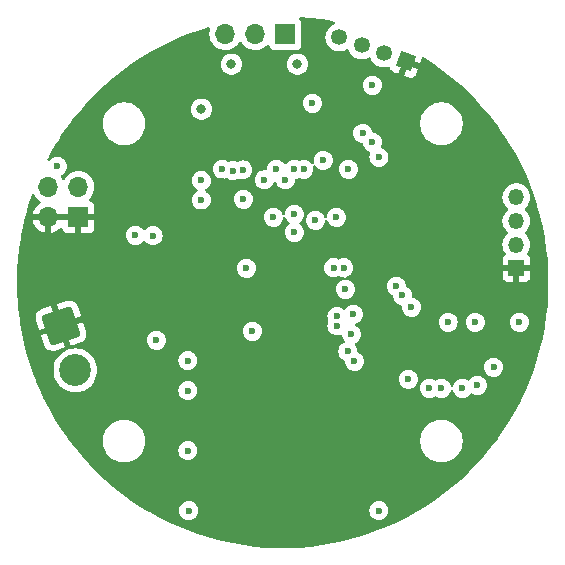
<source format=gbr>
%TF.GenerationSoftware,KiCad,Pcbnew,8.0.4*%
%TF.CreationDate,2025-06-19T10:42:22-04:00*%
%TF.ProjectId,foc_pcb,666f635f-7063-4622-9e6b-696361645f70,2.0*%
%TF.SameCoordinates,Original*%
%TF.FileFunction,Copper,L3,Inr*%
%TF.FilePolarity,Positive*%
%FSLAX46Y46*%
G04 Gerber Fmt 4.6, Leading zero omitted, Abs format (unit mm)*
G04 Created by KiCad (PCBNEW 8.0.4) date 2025-06-19 10:42:22*
%MOMM*%
%LPD*%
G01*
G04 APERTURE LIST*
G04 Aperture macros list*
%AMRoundRect*
0 Rectangle with rounded corners*
0 $1 Rounding radius*
0 $2 $3 $4 $5 $6 $7 $8 $9 X,Y pos of 4 corners*
0 Add a 4 corners polygon primitive as box body*
4,1,4,$2,$3,$4,$5,$6,$7,$8,$9,$2,$3,0*
0 Add four circle primitives for the rounded corners*
1,1,$1+$1,$2,$3*
1,1,$1+$1,$4,$5*
1,1,$1+$1,$6,$7*
1,1,$1+$1,$8,$9*
0 Add four rect primitives between the rounded corners*
20,1,$1+$1,$2,$3,$4,$5,0*
20,1,$1+$1,$4,$5,$6,$7,0*
20,1,$1+$1,$6,$7,$8,$9,0*
20,1,$1+$1,$8,$9,$2,$3,0*%
%AMHorizOval*
0 Thick line with rounded ends*
0 $1 width*
0 $2 $3 position (X,Y) of the first rounded end (center of the circle)*
0 $4 $5 position (X,Y) of the second rounded end (center of the circle)*
0 Add line between two ends*
20,1,$1,$2,$3,$4,$5,0*
0 Add two circle primitives to create the rounded ends*
1,1,$1,$2,$3*
1,1,$1,$4,$5*%
%AMRotRect*
0 Rectangle, with rotation*
0 The origin of the aperture is its center*
0 $1 length*
0 $2 width*
0 $3 Rotation angle, in degrees counterclockwise*
0 Add horizontal line*
21,1,$1,$2,0,0,$3*%
G04 Aperture macros list end*
%TA.AperFunction,ComponentPad*%
%ADD10RoundRect,0.250001X-1.386080X0.706243X-0.706243X-1.386080X1.386080X-0.706243X0.706243X1.386080X0*%
%TD*%
%TA.AperFunction,ComponentPad*%
%ADD11C,2.700000*%
%TD*%
%TA.AperFunction,ComponentPad*%
%ADD12R,1.700000X1.700000*%
%TD*%
%TA.AperFunction,ComponentPad*%
%ADD13O,1.700000X1.700000*%
%TD*%
%TA.AperFunction,ComponentPad*%
%ADD14R,1.350000X1.350000*%
%TD*%
%TA.AperFunction,ComponentPad*%
%ADD15O,1.350000X1.350000*%
%TD*%
%TA.AperFunction,ComponentPad*%
%ADD16RotRect,1.350000X1.350000X250.000000*%
%TD*%
%TA.AperFunction,ComponentPad*%
%ADD17HorizOval,1.350000X0.000000X0.000000X0.000000X0.000000X0*%
%TD*%
%TA.AperFunction,ViaPad*%
%ADD18C,0.600000*%
%TD*%
%TA.AperFunction,ViaPad*%
%ADD19C,0.800000*%
%TD*%
G04 APERTURE END LIST*
D10*
%TO.N,GND*%
%TO.C,J2*%
X293162292Y-154983815D03*
D11*
%TO.N,VCC*%
X294386000Y-158750000D03*
%TD*%
D12*
%TO.N,/out1*%
%TO.C,J1*%
X312166000Y-130302000D03*
D13*
%TO.N,/out2*%
X309626001Y-130302000D03*
%TO.N,/out3*%
X307086001Y-130302000D03*
%TD*%
D14*
%TO.N,GND*%
%TO.C,J4*%
X331724000Y-150114000D03*
D15*
%TO.N,+3.3V*%
X331724000Y-148113999D03*
%TO.N,/sda*%
X331724000Y-146114000D03*
%TO.N,/scl*%
X331724000Y-144114000D03*
%TD*%
D16*
%TO.N,GND*%
%TO.C,J5*%
X322376156Y-132608121D03*
D17*
%TO.N,unconnected-(J5-Pin_2-Pad2)*%
X320496771Y-131924081D03*
%TO.N,/esp_sda*%
X318617386Y-131240039D03*
%TO.N,/esp_scl*%
X316738000Y-130556000D03*
%TD*%
D12*
%TO.N,GND*%
%TO.C,J3*%
X294640000Y-145796000D03*
D13*
X292100000Y-145796000D03*
%TO.N,+5V*%
X294640000Y-143256000D03*
%TO.N,+3.3V*%
X292100000Y-143256000D03*
%TD*%
D18*
%TO.N,GND*%
X331724000Y-156464000D03*
X315976000Y-141986000D03*
X311912000Y-136906000D03*
X308864000Y-137922000D03*
X310896000Y-136906000D03*
X306832000Y-142748000D03*
X309880000Y-137922000D03*
X314706000Y-148336000D03*
X310896000Y-137922000D03*
X303910517Y-168089833D03*
X309880000Y-136906000D03*
X308864000Y-136906000D03*
X327152000Y-145542000D03*
X311912000Y-137922000D03*
%TO.N,+3.3V*%
X309372000Y-155448000D03*
X318707000Y-138684000D03*
X292862000Y-141478000D03*
X328422000Y-160020000D03*
X308864000Y-150114000D03*
D19*
%TO.N,VCC*%
X305054000Y-136652000D03*
X307594000Y-132842000D03*
D18*
X308610000Y-144272000D03*
D19*
X313182000Y-132842000D03*
D18*
%TO.N,Net-(U1-VCP)*%
X317500000Y-141732000D03*
X314452000Y-136144000D03*
%TO.N,+5V*%
X325936903Y-154686336D03*
X299466000Y-147320000D03*
X327152000Y-160274000D03*
X305054000Y-142685000D03*
%TO.N,/v3p3*%
X329783903Y-158496618D03*
X316484000Y-145796000D03*
%TO.N,Net-(JP2-A)*%
X303973727Y-170635947D03*
X317754000Y-155702000D03*
X301244000Y-156210000D03*
%TO.N,Net-(JP3-A)*%
X303910517Y-165549833D03*
X322580000Y-159512000D03*
%TO.N,/sda*%
X317453299Y-157155948D03*
X331978000Y-154686000D03*
%TO.N,/scl*%
X328242000Y-154686000D03*
X318008000Y-157988000D03*
%TO.N,/nSlp*%
X307722741Y-141842095D03*
X312166000Y-142635000D03*
%TO.N,/fault*%
X313732478Y-141744677D03*
X308560481Y-141785001D03*
%TO.N,/nRes*%
X306832000Y-141732000D03*
X310388000Y-142635000D03*
%TO.N,/esp_sda*%
X303910517Y-160469833D03*
X322072000Y-152400000D03*
X320084000Y-140716000D03*
X316528000Y-154978003D03*
%TO.N,/esp_scl*%
X321564000Y-151638000D03*
X316528000Y-154178000D03*
X303910517Y-157929833D03*
X319532000Y-139446000D03*
%TO.N,/en*%
X320075517Y-170629833D03*
X319532000Y-134620000D03*
X322834000Y-153416000D03*
X317921647Y-154010353D03*
%TO.N,/in1*%
X315377500Y-140970000D03*
X317111881Y-150074001D03*
X314706000Y-146050000D03*
X317246000Y-151892000D03*
%TO.N,/in2*%
X312928000Y-145542000D03*
X312928000Y-141732000D03*
X325374000Y-160274000D03*
X316239323Y-150074000D03*
%TO.N,/in3*%
X324358000Y-160274000D03*
X311404000Y-141732000D03*
X311150000Y-145796000D03*
X312928000Y-147066000D03*
%TO.N,Net-(VR1-ADJUSTMENT)*%
X305054000Y-144335000D03*
X300966000Y-147352000D03*
%TD*%
%TA.AperFunction,Conductor*%
%TO.N,GND*%
G36*
X314289330Y-128930185D02*
G01*
X314294407Y-128930719D01*
X315224248Y-129048185D01*
X315229358Y-129048939D01*
X316153499Y-129205245D01*
X316158552Y-129206210D01*
X316274160Y-129230783D01*
X316335641Y-129263975D01*
X316369417Y-129325139D01*
X316364765Y-129394853D01*
X316323160Y-129450985D01*
X316293172Y-129467699D01*
X316211801Y-129499222D01*
X316211786Y-129499229D01*
X316026576Y-129613906D01*
X316026566Y-129613913D01*
X315865574Y-129760676D01*
X315734288Y-129934527D01*
X315637184Y-130129537D01*
X315577564Y-130339081D01*
X315557464Y-130555999D01*
X315557464Y-130556000D01*
X315577564Y-130772918D01*
X315577564Y-130772920D01*
X315577565Y-130772923D01*
X315637183Y-130982459D01*
X315637184Y-130982462D01*
X315710032Y-131128759D01*
X315734288Y-131177472D01*
X315857395Y-131340493D01*
X315865574Y-131351323D01*
X315912748Y-131394328D01*
X316026568Y-131498088D01*
X316026575Y-131498092D01*
X316026576Y-131498093D01*
X316211786Y-131612770D01*
X316211792Y-131612773D01*
X316234664Y-131621633D01*
X316414931Y-131691470D01*
X316629074Y-131731500D01*
X316629076Y-131731500D01*
X316846924Y-131731500D01*
X316846926Y-131731500D01*
X317061069Y-131691470D01*
X317264210Y-131612772D01*
X317326165Y-131574410D01*
X317393525Y-131555854D01*
X317460225Y-131576662D01*
X317505086Y-131630227D01*
X317510709Y-131645903D01*
X317516569Y-131666499D01*
X317536815Y-131707158D01*
X317613674Y-131861511D01*
X317744959Y-132035361D01*
X317905954Y-132182127D01*
X317905961Y-132182131D01*
X317905962Y-132182132D01*
X318091172Y-132296809D01*
X318091178Y-132296812D01*
X318114050Y-132305672D01*
X318294317Y-132375509D01*
X318508460Y-132415539D01*
X318508462Y-132415539D01*
X318726310Y-132415539D01*
X318726312Y-132415539D01*
X318940455Y-132375509D01*
X319143596Y-132296811D01*
X319205551Y-132258450D01*
X319272909Y-132239894D01*
X319339608Y-132260702D01*
X319384470Y-132314267D01*
X319390092Y-132329939D01*
X319395952Y-132350534D01*
X319395958Y-132350550D01*
X319447335Y-132453727D01*
X319493059Y-132545553D01*
X319624344Y-132719403D01*
X319785339Y-132866169D01*
X319785346Y-132866173D01*
X319785347Y-132866174D01*
X319970557Y-132980851D01*
X319970563Y-132980854D01*
X319970584Y-132980862D01*
X320173702Y-133059551D01*
X320387845Y-133099581D01*
X320387847Y-133099581D01*
X320605695Y-133099581D01*
X320605697Y-133099581D01*
X320819840Y-133059551D01*
X320859176Y-133044311D01*
X320928796Y-133038449D01*
X320990537Y-133071157D01*
X321022665Y-133124060D01*
X321053185Y-133225030D01*
X321053185Y-133225031D01*
X321131873Y-133345363D01*
X321131876Y-133345367D01*
X321241279Y-133438655D01*
X321295044Y-133465036D01*
X321739357Y-133626753D01*
X322034388Y-132816163D01*
X322056076Y-132853727D01*
X322130550Y-132928201D01*
X322221762Y-132980862D01*
X322323495Y-133008121D01*
X322428817Y-133008121D01*
X322503938Y-132987992D01*
X322209205Y-133797764D01*
X322653512Y-133959480D01*
X322711667Y-133973831D01*
X322855434Y-133972692D01*
X322855441Y-133972691D01*
X322993065Y-133931091D01*
X322993066Y-133931091D01*
X323113398Y-133852403D01*
X323113402Y-133852400D01*
X323206690Y-133742997D01*
X323233073Y-133689230D01*
X323233073Y-133689229D01*
X323394789Y-133244918D01*
X322584200Y-132949887D01*
X322621762Y-132928201D01*
X322696236Y-132853727D01*
X322748897Y-132762515D01*
X322776156Y-132660782D01*
X322776156Y-132555460D01*
X322756027Y-132480337D01*
X323565799Y-132775070D01*
X323727511Y-132330774D01*
X323728251Y-132328343D01*
X323728577Y-132327845D01*
X323728653Y-132327638D01*
X323728702Y-132327655D01*
X323766592Y-132269933D01*
X323830426Y-132241524D01*
X323899485Y-132252136D01*
X323911116Y-132258360D01*
X323993655Y-132308347D01*
X323998010Y-132311110D01*
X324778665Y-132829777D01*
X324782893Y-132832716D01*
X325541107Y-133383590D01*
X325545244Y-133386730D01*
X326279722Y-133968871D01*
X326283724Y-133972182D01*
X326993164Y-134584553D01*
X326997022Y-134588026D01*
X327680225Y-135229597D01*
X327683914Y-135233209D01*
X328339662Y-135902838D01*
X328343191Y-135906596D01*
X328655392Y-136253330D01*
X328970295Y-136603065D01*
X328973689Y-136606996D01*
X329571096Y-137329137D01*
X329574322Y-137333208D01*
X330140940Y-138079699D01*
X330143993Y-138083901D01*
X330231154Y-138209309D01*
X330544830Y-138660631D01*
X330678857Y-138853470D01*
X330681731Y-138857796D01*
X331183918Y-139649117D01*
X331186608Y-139653559D01*
X331655196Y-140465177D01*
X331657698Y-140469728D01*
X332091890Y-141300259D01*
X332094200Y-141304911D01*
X332493249Y-142152934D01*
X332495361Y-142157679D01*
X332858532Y-143021630D01*
X332860444Y-143026459D01*
X333187125Y-143904877D01*
X333188833Y-143909782D01*
X333478442Y-144801106D01*
X333479943Y-144806078D01*
X333731970Y-145708739D01*
X333733262Y-145713769D01*
X333947271Y-146626201D01*
X333948351Y-146631282D01*
X334123965Y-147551883D01*
X334124831Y-147557004D01*
X334261739Y-148484139D01*
X334262390Y-148489292D01*
X334360354Y-149421365D01*
X334360788Y-149426540D01*
X334419634Y-150361859D01*
X334419852Y-150367048D01*
X334439479Y-151304048D01*
X334439479Y-151309242D01*
X334419852Y-152246241D01*
X334419634Y-152251430D01*
X334360788Y-153186749D01*
X334360354Y-153191924D01*
X334262390Y-154123997D01*
X334261739Y-154129150D01*
X334124831Y-155056285D01*
X334123965Y-155061406D01*
X333948351Y-155982007D01*
X333947271Y-155987088D01*
X333733262Y-156899520D01*
X333731970Y-156904550D01*
X333479943Y-157807211D01*
X333478442Y-157812183D01*
X333188833Y-158703507D01*
X333187125Y-158708412D01*
X332860444Y-159586830D01*
X332858532Y-159591659D01*
X332495361Y-160455610D01*
X332493249Y-160460355D01*
X332094200Y-161308378D01*
X332091890Y-161313030D01*
X331657698Y-162143561D01*
X331655196Y-162148112D01*
X331186608Y-162959730D01*
X331183918Y-162964172D01*
X330681731Y-163755493D01*
X330678857Y-163759819D01*
X330143993Y-164529388D01*
X330140940Y-164533590D01*
X329574322Y-165280081D01*
X329571096Y-165284152D01*
X328973689Y-166006293D01*
X328970295Y-166010224D01*
X328343204Y-166706679D01*
X328339649Y-166710465D01*
X327683925Y-167380069D01*
X327680214Y-167383703D01*
X326997024Y-168025261D01*
X326993164Y-168028736D01*
X326283724Y-168641107D01*
X326279722Y-168644418D01*
X325545244Y-169226559D01*
X325541107Y-169229699D01*
X324782911Y-169780560D01*
X324778647Y-169783524D01*
X323998025Y-170302169D01*
X323993639Y-170304952D01*
X323192007Y-170790437D01*
X323187509Y-170793034D01*
X322366241Y-171244530D01*
X322361639Y-171246936D01*
X321522188Y-171663643D01*
X321517488Y-171665855D01*
X320661298Y-172047055D01*
X320656510Y-172049067D01*
X319785157Y-172394060D01*
X319780290Y-172395871D01*
X318895219Y-172704086D01*
X318890279Y-172705691D01*
X317993068Y-172976575D01*
X317988065Y-172977971D01*
X317080326Y-173211038D01*
X317075270Y-173212224D01*
X316158576Y-173407074D01*
X316153474Y-173408048D01*
X315229372Y-173564348D01*
X315224234Y-173565106D01*
X314294451Y-173682565D01*
X314289286Y-173683108D01*
X313355374Y-173761530D01*
X313350191Y-173761856D01*
X312413828Y-173801102D01*
X312408635Y-173801211D01*
X311471431Y-173801211D01*
X311466238Y-173801102D01*
X310529874Y-173761856D01*
X310524691Y-173761530D01*
X309590779Y-173683108D01*
X309585614Y-173682565D01*
X308655831Y-173565106D01*
X308650693Y-173564348D01*
X307726591Y-173408048D01*
X307721489Y-173407074D01*
X306804795Y-173212224D01*
X306799739Y-173211038D01*
X305892000Y-172977971D01*
X305886997Y-172976575D01*
X304989786Y-172705691D01*
X304984859Y-172704090D01*
X304482083Y-172529005D01*
X304099775Y-172395871D01*
X304094908Y-172394060D01*
X303223555Y-172049067D01*
X303218767Y-172047055D01*
X302362577Y-171665855D01*
X302357877Y-171663643D01*
X301518437Y-171246941D01*
X301513835Y-171244535D01*
X300692547Y-170793028D01*
X300688049Y-170790431D01*
X300432958Y-170635943D01*
X303168162Y-170635943D01*
X303168162Y-170635950D01*
X303188357Y-170815196D01*
X303188358Y-170815201D01*
X303247938Y-170985470D01*
X303340069Y-171132095D01*
X303343911Y-171138209D01*
X303471465Y-171265763D01*
X303561807Y-171322529D01*
X303614474Y-171355622D01*
X303624205Y-171361736D01*
X303776999Y-171415201D01*
X303794472Y-171421315D01*
X303794477Y-171421316D01*
X303973723Y-171441512D01*
X303973727Y-171441512D01*
X303973731Y-171441512D01*
X304152976Y-171421316D01*
X304152979Y-171421315D01*
X304152982Y-171421315D01*
X304323249Y-171361736D01*
X304475989Y-171265763D01*
X304603543Y-171138209D01*
X304699516Y-170985469D01*
X304759095Y-170815202D01*
X304761593Y-170793034D01*
X304779292Y-170635950D01*
X304779292Y-170635943D01*
X304778603Y-170629829D01*
X319269952Y-170629829D01*
X319269952Y-170629836D01*
X319290147Y-170809082D01*
X319290148Y-170809087D01*
X319349728Y-170979356D01*
X319353570Y-170985470D01*
X319445701Y-171132095D01*
X319573255Y-171259649D01*
X319725995Y-171355622D01*
X319896262Y-171415201D01*
X319896267Y-171415202D01*
X320075513Y-171435398D01*
X320075517Y-171435398D01*
X320075521Y-171435398D01*
X320254766Y-171415202D01*
X320254769Y-171415201D01*
X320254772Y-171415201D01*
X320425039Y-171355622D01*
X320577779Y-171259649D01*
X320705333Y-171132095D01*
X320801306Y-170979355D01*
X320860885Y-170809088D01*
X320862835Y-170791784D01*
X320881082Y-170629836D01*
X320881082Y-170629829D01*
X320860886Y-170450583D01*
X320860885Y-170450578D01*
X320803445Y-170286425D01*
X320801306Y-170280311D01*
X320705333Y-170127571D01*
X320577779Y-170000017D01*
X320425040Y-169904044D01*
X320254771Y-169844464D01*
X320254766Y-169844463D01*
X320075521Y-169824268D01*
X320075513Y-169824268D01*
X319896267Y-169844463D01*
X319896262Y-169844464D01*
X319725993Y-169904044D01*
X319573254Y-170000017D01*
X319445701Y-170127570D01*
X319349728Y-170280309D01*
X319290148Y-170450578D01*
X319290147Y-170450583D01*
X319269952Y-170629829D01*
X304778603Y-170629829D01*
X304759096Y-170456697D01*
X304759095Y-170456692D01*
X304699515Y-170286423D01*
X304603542Y-170133684D01*
X304475989Y-170006131D01*
X304323250Y-169910158D01*
X304152981Y-169850578D01*
X304152976Y-169850577D01*
X303973731Y-169830382D01*
X303973723Y-169830382D01*
X303794477Y-169850577D01*
X303794472Y-169850578D01*
X303624203Y-169910158D01*
X303471464Y-170006131D01*
X303343911Y-170133684D01*
X303247938Y-170286423D01*
X303188358Y-170456692D01*
X303188357Y-170456697D01*
X303168162Y-170635943D01*
X300432958Y-170635943D01*
X299886426Y-170304952D01*
X299882040Y-170302169D01*
X299861774Y-170288704D01*
X299101410Y-169783519D01*
X299097154Y-169780560D01*
X298916425Y-169649253D01*
X298338955Y-169229697D01*
X298334821Y-169226559D01*
X297600343Y-168644418D01*
X297596341Y-168641107D01*
X296886901Y-168028736D01*
X296883041Y-168025261D01*
X296199851Y-167383703D01*
X296196140Y-167380069D01*
X295540401Y-166710449D01*
X295536875Y-166706694D01*
X294909770Y-166010224D01*
X294906376Y-166006293D01*
X294308969Y-165284152D01*
X294305743Y-165280081D01*
X293914367Y-164764463D01*
X293807498Y-164623668D01*
X296704505Y-164623668D01*
X296704505Y-164859677D01*
X296704506Y-164859693D01*
X296735311Y-165093683D01*
X296796399Y-165321666D01*
X296886719Y-165539718D01*
X296886724Y-165539729D01*
X296957682Y-165662630D01*
X297004732Y-165744123D01*
X297004734Y-165744126D01*
X297004735Y-165744127D01*
X297148411Y-165931370D01*
X297148417Y-165931377D01*
X297315300Y-166098260D01*
X297315306Y-166098265D01*
X297502555Y-166241946D01*
X297633923Y-166317791D01*
X297706948Y-166359953D01*
X297706953Y-166359955D01*
X297706956Y-166359957D01*
X297925012Y-166450279D01*
X298152991Y-166511366D01*
X298386994Y-166542173D01*
X298387001Y-166542173D01*
X298623009Y-166542173D01*
X298623016Y-166542173D01*
X298857019Y-166511366D01*
X299084998Y-166450279D01*
X299303054Y-166359957D01*
X299507455Y-166241946D01*
X299694704Y-166098265D01*
X299861597Y-165931372D01*
X300005278Y-165744123D01*
X300117454Y-165549829D01*
X303104952Y-165549829D01*
X303104952Y-165549836D01*
X303125147Y-165729082D01*
X303125148Y-165729087D01*
X303184728Y-165899356D01*
X303253172Y-166008283D01*
X303280701Y-166052095D01*
X303408255Y-166179649D01*
X303560995Y-166275622D01*
X303731262Y-166335201D01*
X303731267Y-166335202D01*
X303910513Y-166355398D01*
X303910517Y-166355398D01*
X303910521Y-166355398D01*
X304089766Y-166335202D01*
X304089769Y-166335201D01*
X304089772Y-166335201D01*
X304260039Y-166275622D01*
X304412779Y-166179649D01*
X304540333Y-166052095D01*
X304636306Y-165899355D01*
X304695885Y-165729088D01*
X304716082Y-165549833D01*
X304714942Y-165539718D01*
X304695886Y-165370583D01*
X304695885Y-165370578D01*
X304664219Y-165280081D01*
X304636306Y-165200311D01*
X304540333Y-165047571D01*
X304412779Y-164920017D01*
X304260040Y-164824044D01*
X304089771Y-164764464D01*
X304089766Y-164764463D01*
X303910521Y-164744268D01*
X303910513Y-164744268D01*
X303731267Y-164764463D01*
X303731262Y-164764464D01*
X303560993Y-164824044D01*
X303408254Y-164920017D01*
X303280701Y-165047570D01*
X303184728Y-165200309D01*
X303125148Y-165370578D01*
X303125147Y-165370583D01*
X303104952Y-165549829D01*
X300117454Y-165549829D01*
X300123289Y-165539722D01*
X300213611Y-165321666D01*
X300274698Y-165093687D01*
X300305505Y-164859684D01*
X300305505Y-164623668D01*
X323574562Y-164623668D01*
X323574562Y-164859677D01*
X323574563Y-164859693D01*
X323605368Y-165093683D01*
X323666456Y-165321666D01*
X323756776Y-165539718D01*
X323756781Y-165539729D01*
X323827739Y-165662630D01*
X323874789Y-165744123D01*
X323874791Y-165744126D01*
X323874792Y-165744127D01*
X324018468Y-165931370D01*
X324018474Y-165931377D01*
X324185357Y-166098260D01*
X324185363Y-166098265D01*
X324372612Y-166241946D01*
X324503980Y-166317791D01*
X324577005Y-166359953D01*
X324577010Y-166359955D01*
X324577013Y-166359957D01*
X324795069Y-166450279D01*
X325023048Y-166511366D01*
X325257051Y-166542173D01*
X325257058Y-166542173D01*
X325493066Y-166542173D01*
X325493073Y-166542173D01*
X325727076Y-166511366D01*
X325955055Y-166450279D01*
X326173111Y-166359957D01*
X326377512Y-166241946D01*
X326564761Y-166098265D01*
X326731654Y-165931372D01*
X326875335Y-165744123D01*
X326993346Y-165539722D01*
X327083668Y-165321666D01*
X327144755Y-165093687D01*
X327175562Y-164859684D01*
X327175562Y-164623662D01*
X327144755Y-164389659D01*
X327083668Y-164161680D01*
X326993346Y-163943624D01*
X326993344Y-163943621D01*
X326993342Y-163943616D01*
X326951180Y-163870591D01*
X326875335Y-163739223D01*
X326731654Y-163551974D01*
X326731649Y-163551968D01*
X326564766Y-163385085D01*
X326564759Y-163385079D01*
X326377516Y-163241403D01*
X326377515Y-163241402D01*
X326377512Y-163241400D01*
X326296019Y-163194350D01*
X326173118Y-163123392D01*
X326173107Y-163123387D01*
X325955055Y-163033067D01*
X325727072Y-162971979D01*
X325493082Y-162941174D01*
X325493079Y-162941173D01*
X325493073Y-162941173D01*
X325257051Y-162941173D01*
X325257045Y-162941173D01*
X325257041Y-162941174D01*
X325023051Y-162971979D01*
X324795068Y-163033067D01*
X324577016Y-163123387D01*
X324577005Y-163123392D01*
X324372607Y-163241403D01*
X324185364Y-163385079D01*
X324185357Y-163385085D01*
X324018474Y-163551968D01*
X324018468Y-163551975D01*
X323874792Y-163739218D01*
X323756781Y-163943616D01*
X323756776Y-163943627D01*
X323666456Y-164161679D01*
X323605368Y-164389662D01*
X323574563Y-164623652D01*
X323574562Y-164623668D01*
X300305505Y-164623668D01*
X300305505Y-164623662D01*
X300274698Y-164389659D01*
X300213611Y-164161680D01*
X300123289Y-163943624D01*
X300123287Y-163943621D01*
X300123285Y-163943616D01*
X300081123Y-163870591D01*
X300005278Y-163739223D01*
X299861597Y-163551974D01*
X299861592Y-163551968D01*
X299694709Y-163385085D01*
X299694702Y-163385079D01*
X299507459Y-163241403D01*
X299507458Y-163241402D01*
X299507455Y-163241400D01*
X299425962Y-163194350D01*
X299303061Y-163123392D01*
X299303050Y-163123387D01*
X299084998Y-163033067D01*
X298857015Y-162971979D01*
X298623025Y-162941174D01*
X298623022Y-162941173D01*
X298623016Y-162941173D01*
X298386994Y-162941173D01*
X298386988Y-162941173D01*
X298386984Y-162941174D01*
X298152994Y-162971979D01*
X297925011Y-163033067D01*
X297706959Y-163123387D01*
X297706948Y-163123392D01*
X297502550Y-163241403D01*
X297315307Y-163385079D01*
X297315300Y-163385085D01*
X297148417Y-163551968D01*
X297148411Y-163551975D01*
X297004735Y-163739218D01*
X296886724Y-163943616D01*
X296886719Y-163943627D01*
X296796399Y-164161679D01*
X296735311Y-164389662D01*
X296704506Y-164623652D01*
X296704505Y-164623668D01*
X293807498Y-164623668D01*
X293739120Y-164533583D01*
X293736072Y-164529388D01*
X293638958Y-164389659D01*
X293201200Y-163759807D01*
X293198334Y-163755493D01*
X292696147Y-162964172D01*
X292693457Y-162959730D01*
X292224869Y-162148112D01*
X292222367Y-162143561D01*
X291788175Y-161313030D01*
X291785865Y-161308378D01*
X291760842Y-161255202D01*
X291386812Y-160460347D01*
X291384704Y-160455610D01*
X291377122Y-160437574D01*
X291089359Y-159753011D01*
X291021533Y-159591659D01*
X291019621Y-159586830D01*
X290884093Y-159222406D01*
X290708406Y-158749998D01*
X292530773Y-158749998D01*
X292530773Y-158750001D01*
X292549657Y-159014027D01*
X292549658Y-159014034D01*
X292605921Y-159272673D01*
X292698426Y-159520690D01*
X292698428Y-159520694D01*
X292825280Y-159753005D01*
X292825285Y-159753013D01*
X292983906Y-159964907D01*
X292983922Y-159964925D01*
X293171074Y-160152077D01*
X293171092Y-160152093D01*
X293382986Y-160310714D01*
X293382994Y-160310719D01*
X293615305Y-160437571D01*
X293615309Y-160437573D01*
X293615311Y-160437574D01*
X293863322Y-160530077D01*
X293863325Y-160530077D01*
X293863326Y-160530078D01*
X294058552Y-160572546D01*
X294121974Y-160586343D01*
X294365660Y-160603772D01*
X294385999Y-160605227D01*
X294386000Y-160605227D01*
X294386001Y-160605227D01*
X294404885Y-160603876D01*
X294650026Y-160586343D01*
X294908678Y-160530077D01*
X295070210Y-160469829D01*
X303104952Y-160469829D01*
X303104952Y-160469836D01*
X303125147Y-160649082D01*
X303125148Y-160649087D01*
X303184728Y-160819356D01*
X303249641Y-160922663D01*
X303280701Y-160972095D01*
X303408255Y-161099649D01*
X303560995Y-161195622D01*
X303731262Y-161255201D01*
X303731267Y-161255202D01*
X303910513Y-161275398D01*
X303910517Y-161275398D01*
X303910521Y-161275398D01*
X304089766Y-161255202D01*
X304089769Y-161255201D01*
X304089772Y-161255201D01*
X304260039Y-161195622D01*
X304412779Y-161099649D01*
X304540333Y-160972095D01*
X304636306Y-160819355D01*
X304695885Y-160649088D01*
X304695886Y-160649082D01*
X304716082Y-160469836D01*
X304716082Y-160469829D01*
X304695886Y-160290583D01*
X304695885Y-160290578D01*
X304663929Y-160199254D01*
X304636306Y-160120311D01*
X304540333Y-159967571D01*
X304412779Y-159840017D01*
X304304114Y-159771738D01*
X304260040Y-159744044D01*
X304089771Y-159684464D01*
X304089766Y-159684463D01*
X303910521Y-159664268D01*
X303910513Y-159664268D01*
X303731267Y-159684463D01*
X303731262Y-159684464D01*
X303560993Y-159744044D01*
X303408254Y-159840017D01*
X303280701Y-159967570D01*
X303184728Y-160120309D01*
X303125148Y-160290578D01*
X303125147Y-160290583D01*
X303104952Y-160469829D01*
X295070210Y-160469829D01*
X295156689Y-160437574D01*
X295389011Y-160310716D01*
X295600915Y-160152087D01*
X295788087Y-159964915D01*
X295946716Y-159753011D01*
X296073574Y-159520689D01*
X296076816Y-159511996D01*
X321774435Y-159511996D01*
X321774435Y-159512003D01*
X321794630Y-159691249D01*
X321794631Y-159691254D01*
X321854211Y-159861523D01*
X321893769Y-159924478D01*
X321950184Y-160014262D01*
X322077738Y-160141816D01*
X322230478Y-160237789D01*
X322333952Y-160273996D01*
X322400745Y-160297368D01*
X322400750Y-160297369D01*
X322579996Y-160317565D01*
X322580000Y-160317565D01*
X322580004Y-160317565D01*
X322759249Y-160297369D01*
X322759252Y-160297368D01*
X322759255Y-160297368D01*
X322826048Y-160273996D01*
X323552435Y-160273996D01*
X323552435Y-160274003D01*
X323572630Y-160453249D01*
X323572631Y-160453254D01*
X323632211Y-160623523D01*
X323728184Y-160776262D01*
X323855738Y-160903816D01*
X324008478Y-160999789D01*
X324178745Y-161059368D01*
X324178750Y-161059369D01*
X324357996Y-161079565D01*
X324358000Y-161079565D01*
X324358004Y-161079565D01*
X324537249Y-161059369D01*
X324537252Y-161059368D01*
X324537255Y-161059368D01*
X324707522Y-160999789D01*
X324800027Y-160941663D01*
X324867264Y-160922663D01*
X324931973Y-160941664D01*
X325024475Y-160999788D01*
X325194745Y-161059368D01*
X325194750Y-161059369D01*
X325373996Y-161079565D01*
X325374000Y-161079565D01*
X325374004Y-161079565D01*
X325553249Y-161059369D01*
X325553252Y-161059368D01*
X325553255Y-161059368D01*
X325723522Y-160999789D01*
X325876262Y-160903816D01*
X326003816Y-160776262D01*
X326099789Y-160623522D01*
X326145958Y-160491579D01*
X326186680Y-160434802D01*
X326251633Y-160409055D01*
X326320194Y-160422511D01*
X326370597Y-160470898D01*
X326380042Y-160491579D01*
X326426210Y-160623521D01*
X326522184Y-160776262D01*
X326649738Y-160903816D01*
X326802478Y-160999789D01*
X326972745Y-161059368D01*
X326972750Y-161059369D01*
X327151996Y-161079565D01*
X327152000Y-161079565D01*
X327152004Y-161079565D01*
X327331249Y-161059369D01*
X327331252Y-161059368D01*
X327331255Y-161059368D01*
X327501522Y-160999789D01*
X327654262Y-160903816D01*
X327781816Y-160776262D01*
X327811847Y-160728466D01*
X327864178Y-160682179D01*
X327933232Y-160671529D01*
X327982812Y-160689448D01*
X328072475Y-160745788D01*
X328242745Y-160805368D01*
X328242750Y-160805369D01*
X328421996Y-160825565D01*
X328422000Y-160825565D01*
X328422004Y-160825565D01*
X328601249Y-160805369D01*
X328601252Y-160805368D01*
X328601255Y-160805368D01*
X328771522Y-160745789D01*
X328924262Y-160649816D01*
X329051816Y-160522262D01*
X329147789Y-160369522D01*
X329207368Y-160199255D01*
X329213840Y-160141815D01*
X329227565Y-160020003D01*
X329227565Y-160019996D01*
X329207369Y-159840750D01*
X329207368Y-159840745D01*
X329176669Y-159753013D01*
X329147789Y-159670478D01*
X329131267Y-159644184D01*
X329053670Y-159520689D01*
X329051816Y-159517738D01*
X328924262Y-159390184D01*
X328771523Y-159294211D01*
X328601254Y-159234631D01*
X328601249Y-159234630D01*
X328422004Y-159214435D01*
X328421996Y-159214435D01*
X328242750Y-159234630D01*
X328242745Y-159234631D01*
X328072476Y-159294211D01*
X327919737Y-159390184D01*
X327792182Y-159517739D01*
X327762153Y-159565531D01*
X327709818Y-159611822D01*
X327640765Y-159622469D01*
X327591188Y-159604552D01*
X327501523Y-159548211D01*
X327331254Y-159488631D01*
X327331249Y-159488630D01*
X327152004Y-159468435D01*
X327151996Y-159468435D01*
X326972750Y-159488630D01*
X326972745Y-159488631D01*
X326802476Y-159548211D01*
X326649737Y-159644184D01*
X326522184Y-159771737D01*
X326426209Y-159924480D01*
X326380041Y-160056421D01*
X326339320Y-160113197D01*
X326274367Y-160138944D01*
X326205805Y-160125488D01*
X326155403Y-160077100D01*
X326145959Y-160056421D01*
X326099790Y-159924480D01*
X326099789Y-159924478D01*
X326003816Y-159771738D01*
X325876262Y-159644184D01*
X325841703Y-159622469D01*
X325723523Y-159548211D01*
X325553254Y-159488631D01*
X325553249Y-159488630D01*
X325374004Y-159468435D01*
X325373996Y-159468435D01*
X325194750Y-159488630D01*
X325194745Y-159488631D01*
X325024476Y-159548211D01*
X324931972Y-159606336D01*
X324864735Y-159625336D01*
X324800028Y-159606336D01*
X324707523Y-159548211D01*
X324537254Y-159488631D01*
X324537249Y-159488630D01*
X324358004Y-159468435D01*
X324357996Y-159468435D01*
X324178750Y-159488630D01*
X324178745Y-159488631D01*
X324008476Y-159548211D01*
X323855737Y-159644184D01*
X323728184Y-159771737D01*
X323632211Y-159924476D01*
X323572631Y-160094745D01*
X323572630Y-160094750D01*
X323552435Y-160273996D01*
X322826048Y-160273996D01*
X322929522Y-160237789D01*
X323082262Y-160141816D01*
X323209816Y-160014262D01*
X323305789Y-159861522D01*
X323365368Y-159691255D01*
X323366133Y-159684464D01*
X323385565Y-159512003D01*
X323385565Y-159511996D01*
X323365369Y-159332750D01*
X323365368Y-159332745D01*
X323326759Y-159222406D01*
X323305789Y-159162478D01*
X323283140Y-159126433D01*
X323209815Y-159009737D01*
X323082262Y-158882184D01*
X322929523Y-158786211D01*
X322759254Y-158726631D01*
X322759249Y-158726630D01*
X322580004Y-158706435D01*
X322579996Y-158706435D01*
X322400750Y-158726630D01*
X322400745Y-158726631D01*
X322230476Y-158786211D01*
X322077737Y-158882184D01*
X321950184Y-159009737D01*
X321854211Y-159162476D01*
X321794631Y-159332745D01*
X321794630Y-159332750D01*
X321774435Y-159511996D01*
X296076816Y-159511996D01*
X296166077Y-159272678D01*
X296222343Y-159014026D01*
X296241227Y-158750000D01*
X296222343Y-158485974D01*
X296166077Y-158227322D01*
X296073574Y-157979311D01*
X296046558Y-157929836D01*
X296046554Y-157929829D01*
X303104952Y-157929829D01*
X303104952Y-157929836D01*
X303125147Y-158109082D01*
X303125148Y-158109087D01*
X303184728Y-158279356D01*
X303221277Y-158337523D01*
X303280701Y-158432095D01*
X303408255Y-158559649D01*
X303560995Y-158655622D01*
X303704910Y-158705980D01*
X303731262Y-158715201D01*
X303731267Y-158715202D01*
X303910513Y-158735398D01*
X303910517Y-158735398D01*
X303910521Y-158735398D01*
X304089766Y-158715202D01*
X304089769Y-158715201D01*
X304089772Y-158715201D01*
X304260039Y-158655622D01*
X304412779Y-158559649D01*
X304540333Y-158432095D01*
X304636306Y-158279355D01*
X304695885Y-158109088D01*
X304708812Y-157994356D01*
X304716082Y-157929836D01*
X304716082Y-157929829D01*
X304695886Y-157750583D01*
X304695885Y-157750578D01*
X304694628Y-157746986D01*
X304636306Y-157580311D01*
X304540333Y-157427571D01*
X304412779Y-157300017D01*
X304352613Y-157262212D01*
X304260040Y-157204044D01*
X304089771Y-157144464D01*
X304089766Y-157144463D01*
X303910521Y-157124268D01*
X303910513Y-157124268D01*
X303731267Y-157144463D01*
X303731262Y-157144464D01*
X303560993Y-157204044D01*
X303408254Y-157300017D01*
X303280701Y-157427570D01*
X303184728Y-157580309D01*
X303125148Y-157750578D01*
X303125147Y-157750583D01*
X303104952Y-157929829D01*
X296046554Y-157929829D01*
X295946719Y-157746994D01*
X295946714Y-157746986D01*
X295788093Y-157535092D01*
X295788077Y-157535074D01*
X295600925Y-157347922D01*
X295600907Y-157347906D01*
X295389013Y-157189285D01*
X295389005Y-157189280D01*
X295156694Y-157062428D01*
X295156690Y-157062426D01*
X294908673Y-156969921D01*
X294650034Y-156913658D01*
X294650027Y-156913657D01*
X294386001Y-156894773D01*
X294385999Y-156894773D01*
X294121972Y-156913657D01*
X294121965Y-156913658D01*
X293863326Y-156969921D01*
X293615309Y-157062426D01*
X293615305Y-157062428D01*
X293382994Y-157189280D01*
X293382986Y-157189285D01*
X293171092Y-157347906D01*
X293171074Y-157347922D01*
X292983922Y-157535074D01*
X292983906Y-157535092D01*
X292825285Y-157746986D01*
X292825280Y-157746994D01*
X292698428Y-157979305D01*
X292698426Y-157979309D01*
X292605921Y-158227326D01*
X292549658Y-158485965D01*
X292549657Y-158485972D01*
X292530773Y-158749998D01*
X290708406Y-158749998D01*
X290692933Y-158708392D01*
X290691232Y-158703507D01*
X290401615Y-157812157D01*
X290400129Y-157807237D01*
X290148095Y-156904550D01*
X290146803Y-156899520D01*
X290145690Y-156894773D01*
X289932790Y-155987072D01*
X289931714Y-155982007D01*
X289878641Y-155703791D01*
X289774385Y-155157258D01*
X289756100Y-155061406D01*
X289755234Y-155056285D01*
X289727075Y-154865591D01*
X289652544Y-154360871D01*
X291025714Y-154360871D01*
X291047477Y-154461809D01*
X291047480Y-154461820D01*
X291325582Y-155317731D01*
X292312292Y-154997130D01*
X292312292Y-155067533D01*
X292344957Y-155231751D01*
X292409032Y-155386441D01*
X292466668Y-155472700D01*
X291480091Y-155793260D01*
X291758199Y-156649187D01*
X291758201Y-156649193D01*
X291799922Y-156743636D01*
X291903797Y-156884874D01*
X291903804Y-156884881D01*
X292037446Y-156998351D01*
X292037448Y-156998353D01*
X292193664Y-157077949D01*
X292364022Y-157119372D01*
X292539348Y-157120392D01*
X292640280Y-157098630D01*
X292640285Y-157098629D01*
X293496208Y-156820523D01*
X293175608Y-155833815D01*
X293246010Y-155833815D01*
X293410228Y-155801150D01*
X293564918Y-155737075D01*
X293651178Y-155679438D01*
X293971737Y-156666015D01*
X294827664Y-156387907D01*
X294827670Y-156387905D01*
X294922113Y-156346184D01*
X295063351Y-156242309D01*
X295063358Y-156242302D01*
X295090788Y-156209996D01*
X300438435Y-156209996D01*
X300438435Y-156210003D01*
X300458630Y-156389249D01*
X300458631Y-156389254D01*
X300518211Y-156559523D01*
X300577378Y-156653686D01*
X300614184Y-156712262D01*
X300741738Y-156839816D01*
X300894478Y-156935789D01*
X301011375Y-156976693D01*
X301064745Y-156995368D01*
X301064750Y-156995369D01*
X301243996Y-157015565D01*
X301244000Y-157015565D01*
X301244004Y-157015565D01*
X301423249Y-156995369D01*
X301423252Y-156995368D01*
X301423255Y-156995368D01*
X301593522Y-156935789D01*
X301746262Y-156839816D01*
X301873816Y-156712262D01*
X301969789Y-156559522D01*
X302029368Y-156389255D01*
X302035840Y-156331815D01*
X302049565Y-156210003D01*
X302049565Y-156209996D01*
X302029369Y-156030750D01*
X302029368Y-156030745D01*
X302012314Y-155982007D01*
X301969789Y-155860478D01*
X301873816Y-155707738D01*
X301746262Y-155580184D01*
X301593523Y-155484211D01*
X301490027Y-155447996D01*
X308566435Y-155447996D01*
X308566435Y-155448003D01*
X308586630Y-155627249D01*
X308586631Y-155627254D01*
X308646211Y-155797523D01*
X308685769Y-155860478D01*
X308742184Y-155950262D01*
X308869738Y-156077816D01*
X309022478Y-156173789D01*
X309109565Y-156204262D01*
X309192745Y-156233368D01*
X309192750Y-156233369D01*
X309371996Y-156253565D01*
X309372000Y-156253565D01*
X309372004Y-156253565D01*
X309551249Y-156233369D01*
X309551252Y-156233368D01*
X309551255Y-156233368D01*
X309721522Y-156173789D01*
X309874262Y-156077816D01*
X310001816Y-155950262D01*
X310097789Y-155797522D01*
X310157368Y-155627255D01*
X310159558Y-155607818D01*
X310177565Y-155448003D01*
X310177565Y-155447996D01*
X310157369Y-155268750D01*
X310157368Y-155268745D01*
X310097789Y-155098478D01*
X310081267Y-155072184D01*
X310001815Y-154945737D01*
X309874262Y-154818184D01*
X309721523Y-154722211D01*
X309551254Y-154662631D01*
X309551249Y-154662630D01*
X309372004Y-154642435D01*
X309371996Y-154642435D01*
X309192750Y-154662630D01*
X309192745Y-154662631D01*
X309022476Y-154722211D01*
X308869737Y-154818184D01*
X308742184Y-154945737D01*
X308646211Y-155098476D01*
X308586631Y-155268745D01*
X308586630Y-155268750D01*
X308566435Y-155447996D01*
X301490027Y-155447996D01*
X301423254Y-155424631D01*
X301423249Y-155424630D01*
X301244004Y-155404435D01*
X301243996Y-155404435D01*
X301064750Y-155424630D01*
X301064745Y-155424631D01*
X300894476Y-155484211D01*
X300741737Y-155580184D01*
X300614184Y-155707737D01*
X300518211Y-155860476D01*
X300458631Y-156030745D01*
X300458630Y-156030750D01*
X300438435Y-156209996D01*
X295090788Y-156209996D01*
X295176828Y-156108660D01*
X295176830Y-156108658D01*
X295256426Y-155952442D01*
X295297849Y-155782084D01*
X295298869Y-155606758D01*
X295277107Y-155505826D01*
X295277106Y-155505821D01*
X294998999Y-154649897D01*
X294012292Y-154970497D01*
X294012292Y-154900097D01*
X293979627Y-154735879D01*
X293915552Y-154581189D01*
X293857913Y-154494927D01*
X294833326Y-154177996D01*
X315722435Y-154177996D01*
X315722435Y-154178003D01*
X315742630Y-154357249D01*
X315742633Y-154357262D01*
X315804510Y-154534094D01*
X315802366Y-154534843D01*
X315811960Y-154593161D01*
X315803612Y-154621595D01*
X315804510Y-154621909D01*
X315742633Y-154798740D01*
X315742630Y-154798753D01*
X315722435Y-154977999D01*
X315722435Y-154978006D01*
X315742630Y-155157252D01*
X315742631Y-155157257D01*
X315802211Y-155327526D01*
X315877912Y-155448003D01*
X315898184Y-155480265D01*
X316025738Y-155607819D01*
X316083404Y-155644053D01*
X316175630Y-155702003D01*
X316178478Y-155703792D01*
X316345896Y-155762374D01*
X316348745Y-155763371D01*
X316348750Y-155763372D01*
X316527996Y-155783568D01*
X316528000Y-155783568D01*
X316528004Y-155783568D01*
X316707249Y-155763372D01*
X316707251Y-155763371D01*
X316707255Y-155763371D01*
X316707258Y-155763369D01*
X316707262Y-155763369D01*
X316799173Y-155731208D01*
X316868952Y-155727646D01*
X316929579Y-155762374D01*
X316961807Y-155824367D01*
X316963348Y-155834365D01*
X316968630Y-155881250D01*
X316968631Y-155881254D01*
X317028211Y-156051523D01*
X317124184Y-156204262D01*
X317146691Y-156226769D01*
X317180176Y-156288092D01*
X317175192Y-156357784D01*
X317133320Y-156413717D01*
X317109662Y-156426327D01*
X317110052Y-156427136D01*
X317103782Y-156430155D01*
X316951036Y-156526132D01*
X316823483Y-156653685D01*
X316727510Y-156806424D01*
X316667930Y-156976693D01*
X316667929Y-156976698D01*
X316647734Y-157155944D01*
X316647734Y-157155951D01*
X316667929Y-157335197D01*
X316667930Y-157335202D01*
X316727510Y-157505471D01*
X316823483Y-157658210D01*
X316951037Y-157785764D01*
X317103777Y-157881737D01*
X317120473Y-157887579D01*
X317177251Y-157928299D01*
X317202743Y-157990739D01*
X317222630Y-158167249D01*
X317222631Y-158167254D01*
X317282211Y-158337523D01*
X317341635Y-158432095D01*
X317378184Y-158490262D01*
X317505738Y-158617816D01*
X317565904Y-158655621D01*
X317649920Y-158708412D01*
X317658478Y-158713789D01*
X317761963Y-158750000D01*
X317828745Y-158773368D01*
X317828750Y-158773369D01*
X318007996Y-158793565D01*
X318008000Y-158793565D01*
X318008004Y-158793565D01*
X318187249Y-158773369D01*
X318187252Y-158773368D01*
X318187255Y-158773368D01*
X318357522Y-158713789D01*
X318510262Y-158617816D01*
X318631464Y-158496614D01*
X328978338Y-158496614D01*
X328978338Y-158496621D01*
X328998533Y-158675867D01*
X328998534Y-158675872D01*
X329058114Y-158846141D01*
X329154087Y-158998880D01*
X329281641Y-159126434D01*
X329339005Y-159162478D01*
X329421693Y-159214435D01*
X329434381Y-159222407D01*
X329578033Y-159272673D01*
X329604648Y-159281986D01*
X329604653Y-159281987D01*
X329783899Y-159302183D01*
X329783903Y-159302183D01*
X329783907Y-159302183D01*
X329963152Y-159281987D01*
X329963155Y-159281986D01*
X329963158Y-159281986D01*
X330133425Y-159222407D01*
X330286165Y-159126434D01*
X330413719Y-158998880D01*
X330509692Y-158846140D01*
X330569271Y-158675873D01*
X330571553Y-158655621D01*
X330589468Y-158496621D01*
X330589468Y-158496614D01*
X330569272Y-158317368D01*
X330569271Y-158317363D01*
X330516746Y-158167255D01*
X330509692Y-158147096D01*
X330413719Y-157994356D01*
X330286165Y-157866802D01*
X330133426Y-157770829D01*
X329963157Y-157711249D01*
X329963152Y-157711248D01*
X329783907Y-157691053D01*
X329783899Y-157691053D01*
X329604653Y-157711248D01*
X329604648Y-157711249D01*
X329434379Y-157770829D01*
X329281640Y-157866802D01*
X329154087Y-157994355D01*
X329058114Y-158147094D01*
X328998534Y-158317363D01*
X328998533Y-158317368D01*
X328978338Y-158496614D01*
X318631464Y-158496614D01*
X318637816Y-158490262D01*
X318733789Y-158337522D01*
X318793368Y-158167255D01*
X318793369Y-158167249D01*
X318813565Y-157988003D01*
X318813565Y-157987996D01*
X318793369Y-157808750D01*
X318793368Y-157808745D01*
X318771759Y-157746989D01*
X318733789Y-157638478D01*
X318637816Y-157485738D01*
X318510262Y-157358184D01*
X318473686Y-157335202D01*
X318357524Y-157262212D01*
X318357520Y-157262210D01*
X318340817Y-157256365D01*
X318284042Y-157215642D01*
X318258555Y-157153208D01*
X318255294Y-157124268D01*
X318243047Y-157015565D01*
X318238668Y-156976698D01*
X318238667Y-156976693D01*
X318210002Y-156894773D01*
X318179088Y-156806426D01*
X318083115Y-156653686D01*
X318060607Y-156631178D01*
X318027122Y-156569855D01*
X318032106Y-156500163D01*
X318073978Y-156444230D01*
X318097638Y-156431624D01*
X318097247Y-156430812D01*
X318103516Y-156427792D01*
X318103519Y-156427789D01*
X318103522Y-156427789D01*
X318256262Y-156331816D01*
X318383816Y-156204262D01*
X318479789Y-156051522D01*
X318539368Y-155881255D01*
X318541709Y-155860478D01*
X318559565Y-155702003D01*
X318559565Y-155701996D01*
X318539369Y-155522750D01*
X318539368Y-155522745D01*
X318513215Y-155448003D01*
X318479789Y-155352478D01*
X318383816Y-155199738D01*
X318256262Y-155072184D01*
X318256260Y-155072182D01*
X318136105Y-154996683D01*
X318089815Y-154944348D01*
X318079167Y-154875295D01*
X318107542Y-154811447D01*
X318161122Y-154774648D01*
X318271169Y-154736142D01*
X318350441Y-154686332D01*
X325131338Y-154686332D01*
X325131338Y-154686339D01*
X325151533Y-154865585D01*
X325151534Y-154865590D01*
X325211114Y-155035859D01*
X325279267Y-155144323D01*
X325307087Y-155188598D01*
X325434641Y-155316152D01*
X325524983Y-155372918D01*
X325586844Y-155411788D01*
X325587381Y-155412125D01*
X325756688Y-155471368D01*
X325757648Y-155471704D01*
X325757653Y-155471705D01*
X325936899Y-155491901D01*
X325936903Y-155491901D01*
X325936907Y-155491901D01*
X326116152Y-155471705D01*
X326116155Y-155471704D01*
X326116158Y-155471704D01*
X326286425Y-155412125D01*
X326439165Y-155316152D01*
X326566719Y-155188598D01*
X326662692Y-155035858D01*
X326722271Y-154865591D01*
X326722310Y-154865249D01*
X326742468Y-154686339D01*
X326742468Y-154686332D01*
X326742430Y-154685996D01*
X327436435Y-154685996D01*
X327436435Y-154686003D01*
X327456630Y-154865249D01*
X327456631Y-154865254D01*
X327516211Y-155035523D01*
X327555769Y-155098478D01*
X327612184Y-155188262D01*
X327739738Y-155315816D01*
X327892478Y-155411789D01*
X327995952Y-155447996D01*
X328062745Y-155471368D01*
X328062750Y-155471369D01*
X328241996Y-155491565D01*
X328242000Y-155491565D01*
X328242004Y-155491565D01*
X328421249Y-155471369D01*
X328421252Y-155471368D01*
X328421255Y-155471368D01*
X328591522Y-155411789D01*
X328744262Y-155315816D01*
X328871816Y-155188262D01*
X328967789Y-155035522D01*
X329027368Y-154865255D01*
X329034861Y-154798753D01*
X329047565Y-154686003D01*
X329047565Y-154685996D01*
X331172435Y-154685996D01*
X331172435Y-154686003D01*
X331192630Y-154865249D01*
X331192631Y-154865254D01*
X331252211Y-155035523D01*
X331291769Y-155098478D01*
X331348184Y-155188262D01*
X331475738Y-155315816D01*
X331628478Y-155411789D01*
X331731952Y-155447996D01*
X331798745Y-155471368D01*
X331798750Y-155471369D01*
X331977996Y-155491565D01*
X331978000Y-155491565D01*
X331978004Y-155491565D01*
X332157249Y-155471369D01*
X332157252Y-155471368D01*
X332157255Y-155471368D01*
X332327522Y-155411789D01*
X332480262Y-155315816D01*
X332607816Y-155188262D01*
X332703789Y-155035522D01*
X332763368Y-154865255D01*
X332770861Y-154798753D01*
X332783565Y-154686003D01*
X332783565Y-154685996D01*
X332763369Y-154506750D01*
X332763368Y-154506745D01*
X332747644Y-154461809D01*
X332703789Y-154336478D01*
X332607816Y-154183738D01*
X332480262Y-154056184D01*
X332327523Y-153960211D01*
X332157254Y-153900631D01*
X332157249Y-153900630D01*
X331978004Y-153880435D01*
X331977996Y-153880435D01*
X331798750Y-153900630D01*
X331798745Y-153900631D01*
X331628476Y-153960211D01*
X331475737Y-154056184D01*
X331348184Y-154183737D01*
X331252211Y-154336476D01*
X331192631Y-154506745D01*
X331192630Y-154506750D01*
X331172435Y-154685996D01*
X329047565Y-154685996D01*
X329027369Y-154506750D01*
X329027368Y-154506745D01*
X329011644Y-154461809D01*
X328967789Y-154336478D01*
X328871816Y-154183738D01*
X328744262Y-154056184D01*
X328591523Y-153960211D01*
X328421254Y-153900631D01*
X328421249Y-153900630D01*
X328242004Y-153880435D01*
X328241996Y-153880435D01*
X328062750Y-153900630D01*
X328062745Y-153900631D01*
X327892476Y-153960211D01*
X327739737Y-154056184D01*
X327612184Y-154183737D01*
X327516211Y-154336476D01*
X327456631Y-154506745D01*
X327456630Y-154506750D01*
X327436435Y-154685996D01*
X326742430Y-154685996D01*
X326722272Y-154507086D01*
X326722271Y-154507081D01*
X326671110Y-154360871D01*
X326662692Y-154336814D01*
X326566719Y-154184074D01*
X326439165Y-154056520D01*
X326373384Y-154015187D01*
X326286426Y-153960547D01*
X326116157Y-153900967D01*
X326116152Y-153900966D01*
X325936907Y-153880771D01*
X325936899Y-153880771D01*
X325757653Y-153900966D01*
X325757648Y-153900967D01*
X325587379Y-153960547D01*
X325434640Y-154056520D01*
X325307087Y-154184073D01*
X325211114Y-154336812D01*
X325151534Y-154507081D01*
X325151533Y-154507086D01*
X325131338Y-154686332D01*
X318350441Y-154686332D01*
X318423909Y-154640169D01*
X318551463Y-154512615D01*
X318647436Y-154359875D01*
X318707015Y-154189608D01*
X318707639Y-154184073D01*
X318727212Y-154010356D01*
X318727212Y-154010349D01*
X318707016Y-153831103D01*
X318707015Y-153831098D01*
X318670004Y-153725327D01*
X318647436Y-153660831D01*
X318551463Y-153508091D01*
X318423909Y-153380537D01*
X318411015Y-153372435D01*
X318271170Y-153284564D01*
X318100901Y-153224984D01*
X318100896Y-153224983D01*
X317921651Y-153204788D01*
X317921643Y-153204788D01*
X317742397Y-153224983D01*
X317742392Y-153224984D01*
X317572123Y-153284564D01*
X317419384Y-153380537D01*
X317291831Y-153508090D01*
X317291829Y-153508093D01*
X317258151Y-153561691D01*
X317205816Y-153607982D01*
X317136763Y-153618629D01*
X317072914Y-153590254D01*
X317065477Y-153583399D01*
X317030262Y-153548184D01*
X316877523Y-153452211D01*
X316707254Y-153392631D01*
X316707249Y-153392630D01*
X316528004Y-153372435D01*
X316527996Y-153372435D01*
X316348750Y-153392630D01*
X316348745Y-153392631D01*
X316178476Y-153452211D01*
X316025737Y-153548184D01*
X315898184Y-153675737D01*
X315802211Y-153828476D01*
X315742631Y-153998745D01*
X315742630Y-153998750D01*
X315722435Y-154177996D01*
X294833326Y-154177996D01*
X294844492Y-154174368D01*
X294566384Y-153318442D01*
X294566382Y-153318436D01*
X294524661Y-153223993D01*
X294420786Y-153082755D01*
X294420779Y-153082748D01*
X294287137Y-152969278D01*
X294287135Y-152969276D01*
X294130919Y-152889680D01*
X293960561Y-152848257D01*
X293785235Y-152847237D01*
X293684297Y-152869000D01*
X293684286Y-152869003D01*
X292828374Y-153147106D01*
X293148975Y-154133815D01*
X293078574Y-154133815D01*
X292914356Y-154166480D01*
X292759666Y-154230555D01*
X292673404Y-154288192D01*
X292352845Y-153301613D01*
X291496919Y-153579722D01*
X291496913Y-153579724D01*
X291402470Y-153621445D01*
X291261232Y-153725320D01*
X291261225Y-153725327D01*
X291147755Y-153858969D01*
X291147753Y-153858971D01*
X291068157Y-154015187D01*
X291026734Y-154185545D01*
X291025714Y-154360871D01*
X289652544Y-154360871D01*
X289618323Y-154129126D01*
X289617678Y-154124021D01*
X289519710Y-153191923D01*
X289519277Y-153186749D01*
X289511710Y-153066476D01*
X289460429Y-152251390D01*
X289460214Y-152246281D01*
X289440586Y-151309222D01*
X289440586Y-151304048D01*
X289460214Y-150367006D01*
X289460429Y-150361901D01*
X289476026Y-150113996D01*
X308058435Y-150113996D01*
X308058435Y-150114003D01*
X308078630Y-150293249D01*
X308078631Y-150293254D01*
X308138211Y-150463523D01*
X308152800Y-150486741D01*
X308234184Y-150616262D01*
X308361738Y-150743816D01*
X308514478Y-150839789D01*
X308628154Y-150879566D01*
X308684745Y-150899368D01*
X308684750Y-150899369D01*
X308863996Y-150919565D01*
X308864000Y-150919565D01*
X308864004Y-150919565D01*
X309043249Y-150899369D01*
X309043252Y-150899368D01*
X309043255Y-150899368D01*
X309213522Y-150839789D01*
X309366262Y-150743816D01*
X309493816Y-150616262D01*
X309589789Y-150463522D01*
X309649368Y-150293255D01*
X309653875Y-150253254D01*
X309669565Y-150114003D01*
X309669565Y-150113996D01*
X309665058Y-150073996D01*
X315433758Y-150073996D01*
X315433758Y-150074003D01*
X315453953Y-150253249D01*
X315453954Y-150253254D01*
X315513534Y-150423523D01*
X315538668Y-150463523D01*
X315609507Y-150576262D01*
X315737061Y-150703816D01*
X315737063Y-150703817D01*
X315869017Y-150786730D01*
X315889801Y-150799789D01*
X316040812Y-150852630D01*
X316060068Y-150859368D01*
X316060073Y-150859369D01*
X316239319Y-150879565D01*
X316239323Y-150879565D01*
X316239327Y-150879565D01*
X316418572Y-150859369D01*
X316418575Y-150859368D01*
X316418578Y-150859368D01*
X316588845Y-150799789D01*
X316609628Y-150786729D01*
X316676860Y-150767728D01*
X316741573Y-150786729D01*
X316762359Y-150799790D01*
X316876667Y-150839788D01*
X316932626Y-150859369D01*
X316932631Y-150859370D01*
X317028732Y-150870198D01*
X317093146Y-150897264D01*
X317132702Y-150954859D01*
X317134839Y-151024696D01*
X317098881Y-151084602D01*
X317055804Y-151110459D01*
X316896480Y-151166209D01*
X316743737Y-151262184D01*
X316616184Y-151389737D01*
X316520211Y-151542476D01*
X316460631Y-151712745D01*
X316460630Y-151712750D01*
X316440435Y-151891996D01*
X316440435Y-151892003D01*
X316460630Y-152071249D01*
X316460631Y-152071254D01*
X316520211Y-152241523D01*
X316597416Y-152364393D01*
X316616184Y-152394262D01*
X316743738Y-152521816D01*
X316775643Y-152541863D01*
X316886922Y-152611785D01*
X316896478Y-152617789D01*
X317066745Y-152677368D01*
X317066750Y-152677369D01*
X317245996Y-152697565D01*
X317246000Y-152697565D01*
X317246004Y-152697565D01*
X317425249Y-152677369D01*
X317425252Y-152677368D01*
X317425255Y-152677368D01*
X317595522Y-152617789D01*
X317748262Y-152521816D01*
X317875816Y-152394262D01*
X317971789Y-152241522D01*
X318031368Y-152071255D01*
X318033709Y-152050478D01*
X318051565Y-151892003D01*
X318051565Y-151891996D01*
X318031369Y-151712750D01*
X318031368Y-151712745D01*
X318005215Y-151638003D01*
X318005213Y-151637996D01*
X320758435Y-151637996D01*
X320758435Y-151638003D01*
X320778630Y-151817249D01*
X320778631Y-151817254D01*
X320838211Y-151987523D01*
X320877769Y-152050478D01*
X320934184Y-152140262D01*
X321061738Y-152267816D01*
X321214478Y-152363789D01*
X321214479Y-152363789D01*
X321215440Y-152364393D01*
X321261731Y-152416728D01*
X321272688Y-152455503D01*
X321286630Y-152579250D01*
X321286631Y-152579254D01*
X321346211Y-152749523D01*
X321369247Y-152786184D01*
X321442184Y-152902262D01*
X321569738Y-153029816D01*
X321722478Y-153125789D01*
X321892745Y-153185368D01*
X321929173Y-153189472D01*
X321993585Y-153216536D01*
X322033142Y-153274130D01*
X322038510Y-153326575D01*
X322028435Y-153415996D01*
X322028435Y-153416003D01*
X322048630Y-153595249D01*
X322048631Y-153595254D01*
X322108211Y-153765523D01*
X322166929Y-153858971D01*
X322204184Y-153918262D01*
X322331738Y-154045816D01*
X322484478Y-154141789D01*
X322621120Y-154189602D01*
X322654745Y-154201368D01*
X322654750Y-154201369D01*
X322833996Y-154221565D01*
X322834000Y-154221565D01*
X322834004Y-154221565D01*
X323013249Y-154201369D01*
X323013252Y-154201368D01*
X323013255Y-154201368D01*
X323183522Y-154141789D01*
X323336262Y-154045816D01*
X323463816Y-153918262D01*
X323559789Y-153765522D01*
X323619368Y-153595255D01*
X323619369Y-153595249D01*
X323639565Y-153416003D01*
X323639565Y-153415996D01*
X323619369Y-153236750D01*
X323619368Y-153236745D01*
X323602826Y-153189471D01*
X323559789Y-153066478D01*
X323463816Y-152913738D01*
X323336262Y-152786184D01*
X323183521Y-152690210D01*
X323013249Y-152630630D01*
X322976824Y-152626526D01*
X322912411Y-152599458D01*
X322872857Y-152541863D01*
X322867490Y-152489423D01*
X322877565Y-152400003D01*
X322877565Y-152399996D01*
X322857369Y-152220750D01*
X322857368Y-152220745D01*
X322797788Y-152050476D01*
X322701815Y-151897737D01*
X322574260Y-151770182D01*
X322420558Y-151673604D01*
X322374268Y-151621270D01*
X322363311Y-151582494D01*
X322349369Y-151458750D01*
X322349368Y-151458745D01*
X322325221Y-151389737D01*
X322289789Y-151288478D01*
X322286094Y-151282598D01*
X322200383Y-151146190D01*
X322193816Y-151135738D01*
X322066262Y-151008184D01*
X321959822Y-150941303D01*
X321913523Y-150912211D01*
X321743254Y-150852631D01*
X321743249Y-150852630D01*
X321564004Y-150832435D01*
X321563996Y-150832435D01*
X321384750Y-150852630D01*
X321384745Y-150852631D01*
X321214476Y-150912211D01*
X321061737Y-151008184D01*
X320934184Y-151135737D01*
X320838211Y-151288476D01*
X320778631Y-151458745D01*
X320778630Y-151458750D01*
X320758435Y-151637996D01*
X318005213Y-151637996D01*
X317971789Y-151542478D01*
X317875816Y-151389738D01*
X317748262Y-151262184D01*
X317700782Y-151232350D01*
X317595523Y-151166211D01*
X317425254Y-151106631D01*
X317425250Y-151106630D01*
X317329147Y-151095802D01*
X317264733Y-151068735D01*
X317225178Y-151011140D01*
X317223041Y-150941303D01*
X317259000Y-150881397D01*
X317302074Y-150855541D01*
X317461403Y-150799790D01*
X317614143Y-150703817D01*
X317741697Y-150576263D01*
X317837670Y-150423523D01*
X317897249Y-150253256D01*
X317912939Y-150114003D01*
X317917446Y-150074004D01*
X317917446Y-150073997D01*
X317897250Y-149894751D01*
X317897249Y-149894746D01*
X317888028Y-149868394D01*
X317837670Y-149724479D01*
X317741697Y-149571739D01*
X317614143Y-149444185D01*
X317586061Y-149426540D01*
X317461404Y-149348212D01*
X317291135Y-149288632D01*
X317291130Y-149288631D01*
X317111885Y-149268436D01*
X317111877Y-149268436D01*
X316932631Y-149288631D01*
X316932618Y-149288634D01*
X316762360Y-149348210D01*
X316741573Y-149361272D01*
X316674336Y-149380271D01*
X316609632Y-149361272D01*
X316588845Y-149348211D01*
X316418577Y-149288631D01*
X316418572Y-149288630D01*
X316239327Y-149268435D01*
X316239319Y-149268435D01*
X316060073Y-149288630D01*
X316060068Y-149288631D01*
X315889799Y-149348211D01*
X315737060Y-149444184D01*
X315609507Y-149571737D01*
X315513534Y-149724476D01*
X315453954Y-149894745D01*
X315453953Y-149894750D01*
X315433758Y-150073996D01*
X309665058Y-150073996D01*
X309649369Y-149934750D01*
X309649368Y-149934745D01*
X309589788Y-149764476D01*
X309493815Y-149611737D01*
X309366262Y-149484184D01*
X309213523Y-149388211D01*
X309043254Y-149328631D01*
X309043249Y-149328630D01*
X308864004Y-149308435D01*
X308863996Y-149308435D01*
X308684750Y-149328630D01*
X308684745Y-149328631D01*
X308514476Y-149388211D01*
X308361737Y-149484184D01*
X308234184Y-149611737D01*
X308138211Y-149764476D01*
X308078631Y-149934745D01*
X308078630Y-149934750D01*
X308058435Y-150113996D01*
X289476026Y-150113996D01*
X289519277Y-149426534D01*
X289519711Y-149421365D01*
X289521670Y-149402724D01*
X289617678Y-148489262D01*
X289618322Y-148484169D01*
X289755234Y-147557001D01*
X289756100Y-147551883D01*
X289766140Y-147499254D01*
X289800335Y-147319996D01*
X298660435Y-147319996D01*
X298660435Y-147320003D01*
X298680630Y-147499249D01*
X298680631Y-147499254D01*
X298740211Y-147669523D01*
X298831047Y-147814086D01*
X298836184Y-147822262D01*
X298963738Y-147949816D01*
X299116478Y-148045789D01*
X299207926Y-148077788D01*
X299286745Y-148105368D01*
X299286750Y-148105369D01*
X299465996Y-148125565D01*
X299466000Y-148125565D01*
X299466004Y-148125565D01*
X299645249Y-148105369D01*
X299645252Y-148105368D01*
X299645255Y-148105368D01*
X299815522Y-148045789D01*
X299968262Y-147949816D01*
X300095816Y-147822262D01*
X300100951Y-147814088D01*
X300153281Y-147767798D01*
X300222334Y-147757146D01*
X300286184Y-147785517D01*
X300310938Y-147814084D01*
X300336184Y-147854262D01*
X300463738Y-147981816D01*
X300616478Y-148077789D01*
X300753014Y-148125565D01*
X300786745Y-148137368D01*
X300786750Y-148137369D01*
X300965996Y-148157565D01*
X300966000Y-148157565D01*
X300966004Y-148157565D01*
X301145249Y-148137369D01*
X301145252Y-148137368D01*
X301145255Y-148137368D01*
X301315522Y-148077789D01*
X301468262Y-147981816D01*
X301595816Y-147854262D01*
X301691789Y-147701522D01*
X301751368Y-147531255D01*
X301754974Y-147499254D01*
X301771565Y-147352003D01*
X301771565Y-147351996D01*
X301751369Y-147172750D01*
X301751368Y-147172745D01*
X301744081Y-147151920D01*
X301691789Y-147002478D01*
X301595816Y-146849738D01*
X301468262Y-146722184D01*
X301423132Y-146693827D01*
X301315523Y-146626211D01*
X301145254Y-146566631D01*
X301145249Y-146566630D01*
X300966004Y-146546435D01*
X300965996Y-146546435D01*
X300786750Y-146566630D01*
X300786745Y-146566631D01*
X300616476Y-146626211D01*
X300463737Y-146722184D01*
X300336182Y-146849739D01*
X300331045Y-146857916D01*
X300278709Y-146904206D01*
X300209655Y-146914852D01*
X300145807Y-146886475D01*
X300121059Y-146857912D01*
X300095818Y-146817740D01*
X299968262Y-146690184D01*
X299815523Y-146594211D01*
X299645254Y-146534631D01*
X299645249Y-146534630D01*
X299466004Y-146514435D01*
X299465996Y-146514435D01*
X299286750Y-146534630D01*
X299286745Y-146534631D01*
X299116476Y-146594211D01*
X298963737Y-146690184D01*
X298836184Y-146817737D01*
X298740211Y-146970476D01*
X298680631Y-147140745D01*
X298680630Y-147140750D01*
X298660435Y-147319996D01*
X289800335Y-147319996D01*
X289931717Y-146631267D01*
X289932792Y-146626211D01*
X290146808Y-145713747D01*
X290148095Y-145708739D01*
X290187063Y-145569172D01*
X290400133Y-144806039D01*
X290401611Y-144801145D01*
X290685745Y-143926670D01*
X290725183Y-143868995D01*
X290789541Y-143841797D01*
X290858388Y-143853712D01*
X290909863Y-143900956D01*
X290916056Y-143912580D01*
X290920703Y-143922546D01*
X290925965Y-143933830D01*
X290925967Y-143933834D01*
X290962129Y-143985478D01*
X291061501Y-144127396D01*
X291061506Y-144127402D01*
X291228597Y-144294493D01*
X291228603Y-144294498D01*
X291414594Y-144424730D01*
X291458219Y-144479307D01*
X291465413Y-144548805D01*
X291433890Y-144611160D01*
X291414595Y-144627880D01*
X291228922Y-144757890D01*
X291228920Y-144757891D01*
X291061891Y-144924920D01*
X291061886Y-144924926D01*
X290926400Y-145118420D01*
X290926399Y-145118422D01*
X290826570Y-145332507D01*
X290826567Y-145332513D01*
X290769364Y-145545999D01*
X290769364Y-145546000D01*
X291666988Y-145546000D01*
X291634075Y-145603007D01*
X291600000Y-145730174D01*
X291600000Y-145861826D01*
X291634075Y-145988993D01*
X291666988Y-146046000D01*
X290769364Y-146046000D01*
X290826567Y-146259486D01*
X290826570Y-146259492D01*
X290926399Y-146473578D01*
X291061894Y-146667082D01*
X291228917Y-146834105D01*
X291422421Y-146969600D01*
X291636507Y-147069429D01*
X291636516Y-147069433D01*
X291850000Y-147126634D01*
X291850000Y-146229012D01*
X291907007Y-146261925D01*
X292034174Y-146296000D01*
X292165826Y-146296000D01*
X292292993Y-146261925D01*
X292350000Y-146229012D01*
X292350000Y-147126633D01*
X292563483Y-147069433D01*
X292563492Y-147069429D01*
X292777578Y-146969600D01*
X292971078Y-146834108D01*
X293093521Y-146711665D01*
X293154844Y-146678180D01*
X293224536Y-146683164D01*
X293280470Y-146725035D01*
X293297385Y-146756013D01*
X293346645Y-146888086D01*
X293346649Y-146888093D01*
X293432809Y-147003187D01*
X293432812Y-147003190D01*
X293547906Y-147089350D01*
X293547913Y-147089354D01*
X293682620Y-147139596D01*
X293682627Y-147139598D01*
X293742155Y-147145999D01*
X293742172Y-147146000D01*
X294390000Y-147146000D01*
X294390000Y-146229012D01*
X294447007Y-146261925D01*
X294574174Y-146296000D01*
X294705826Y-146296000D01*
X294832993Y-146261925D01*
X294890000Y-146229012D01*
X294890000Y-147146000D01*
X295537828Y-147146000D01*
X295537844Y-147145999D01*
X295597372Y-147139598D01*
X295597379Y-147139596D01*
X295732086Y-147089354D01*
X295732093Y-147089350D01*
X295847187Y-147003190D01*
X295847190Y-147003187D01*
X295933350Y-146888093D01*
X295933354Y-146888086D01*
X295983596Y-146753379D01*
X295983598Y-146753372D01*
X295989999Y-146693844D01*
X295990000Y-146693827D01*
X295990000Y-146046000D01*
X295073012Y-146046000D01*
X295105925Y-145988993D01*
X295140000Y-145861826D01*
X295140000Y-145795996D01*
X310344435Y-145795996D01*
X310344435Y-145796003D01*
X310364630Y-145975249D01*
X310364631Y-145975254D01*
X310424211Y-146145523D01*
X310513488Y-146287606D01*
X310520184Y-146298262D01*
X310647738Y-146425816D01*
X310800478Y-146521789D01*
X310928626Y-146566630D01*
X310970745Y-146581368D01*
X310970750Y-146581369D01*
X311149996Y-146601565D01*
X311150000Y-146601565D01*
X311150004Y-146601565D01*
X311329249Y-146581369D01*
X311329252Y-146581368D01*
X311329255Y-146581368D01*
X311499522Y-146521789D01*
X311652262Y-146425816D01*
X311779816Y-146298262D01*
X311875789Y-146145522D01*
X311935368Y-145975255D01*
X311946671Y-145874934D01*
X311973737Y-145810520D01*
X312031331Y-145770965D01*
X312101168Y-145768826D01*
X312161075Y-145804784D01*
X312186932Y-145847861D01*
X312202209Y-145891520D01*
X312298184Y-146044262D01*
X312425737Y-146171815D01*
X312425740Y-146171817D01*
X312469011Y-146199007D01*
X312515302Y-146251342D01*
X312525949Y-146320395D01*
X312497574Y-146384244D01*
X312469011Y-146408993D01*
X312425740Y-146436182D01*
X312425737Y-146436184D01*
X312298184Y-146563737D01*
X312202211Y-146716476D01*
X312142631Y-146886745D01*
X312142630Y-146886750D01*
X312122435Y-147065996D01*
X312122435Y-147066003D01*
X312142630Y-147245249D01*
X312142631Y-147245254D01*
X312202211Y-147415523D01*
X312250596Y-147492526D01*
X312298184Y-147568262D01*
X312425738Y-147695816D01*
X312434821Y-147701523D01*
X312540296Y-147767798D01*
X312578478Y-147791789D01*
X312665565Y-147822262D01*
X312748745Y-147851368D01*
X312748750Y-147851369D01*
X312927996Y-147871565D01*
X312928000Y-147871565D01*
X312928004Y-147871565D01*
X313107249Y-147851369D01*
X313107252Y-147851368D01*
X313107255Y-147851368D01*
X313277522Y-147791789D01*
X313430262Y-147695816D01*
X313557816Y-147568262D01*
X313653789Y-147415522D01*
X313713368Y-147245255D01*
X313717832Y-147205636D01*
X313733565Y-147066003D01*
X313733565Y-147065996D01*
X313713369Y-146886750D01*
X313713368Y-146886745D01*
X313695390Y-146835368D01*
X313653789Y-146716478D01*
X313639556Y-146693827D01*
X313568894Y-146581369D01*
X313557816Y-146563738D01*
X313430262Y-146436184D01*
X313386988Y-146408993D01*
X313340698Y-146356659D01*
X313330050Y-146287606D01*
X313358425Y-146223757D01*
X313386989Y-146199006D01*
X313430262Y-146171816D01*
X313552082Y-146049996D01*
X313900435Y-146049996D01*
X313900435Y-146050003D01*
X313920630Y-146229249D01*
X313920631Y-146229254D01*
X313980211Y-146399523D01*
X314065105Y-146534630D01*
X314076184Y-146552262D01*
X314203738Y-146679816D01*
X314262082Y-146716476D01*
X314320801Y-146753372D01*
X314356478Y-146775789D01*
X314476367Y-146817740D01*
X314526745Y-146835368D01*
X314526750Y-146835369D01*
X314705996Y-146855565D01*
X314706000Y-146855565D01*
X314706004Y-146855565D01*
X314885249Y-146835369D01*
X314885252Y-146835368D01*
X314885255Y-146835368D01*
X315055522Y-146775789D01*
X315208262Y-146679816D01*
X315335816Y-146552262D01*
X315431789Y-146399522D01*
X315491368Y-146229255D01*
X315491988Y-146223757D01*
X315500802Y-146145522D01*
X315502671Y-146128934D01*
X315529737Y-146064520D01*
X315587331Y-146024965D01*
X315657168Y-146022826D01*
X315717075Y-146058784D01*
X315742932Y-146101861D01*
X315758209Y-146145520D01*
X315847488Y-146287606D01*
X315854184Y-146298262D01*
X315981738Y-146425816D01*
X316134478Y-146521789D01*
X316262626Y-146566630D01*
X316304745Y-146581368D01*
X316304750Y-146581369D01*
X316483996Y-146601565D01*
X316484000Y-146601565D01*
X316484004Y-146601565D01*
X316663249Y-146581369D01*
X316663252Y-146581368D01*
X316663255Y-146581368D01*
X316833522Y-146521789D01*
X316986262Y-146425816D01*
X317113816Y-146298262D01*
X317209789Y-146145522D01*
X317269368Y-145975255D01*
X317278176Y-145897081D01*
X317289565Y-145796003D01*
X317289565Y-145795996D01*
X317269369Y-145616750D01*
X317269368Y-145616745D01*
X317243214Y-145542002D01*
X317209789Y-145446478D01*
X317207039Y-145442102D01*
X317157179Y-145362750D01*
X317113816Y-145293738D01*
X316986262Y-145166184D01*
X316913348Y-145120369D01*
X316833523Y-145070211D01*
X316663254Y-145010631D01*
X316663249Y-145010630D01*
X316484004Y-144990435D01*
X316483996Y-144990435D01*
X316304750Y-145010630D01*
X316304745Y-145010631D01*
X316134476Y-145070211D01*
X315981737Y-145166184D01*
X315854184Y-145293737D01*
X315758211Y-145446476D01*
X315698631Y-145616745D01*
X315698630Y-145616749D01*
X315687328Y-145717066D01*
X315660262Y-145781480D01*
X315602667Y-145821035D01*
X315532830Y-145823172D01*
X315472923Y-145787214D01*
X315447067Y-145744137D01*
X315431790Y-145700480D01*
X315423660Y-145687541D01*
X315335816Y-145547738D01*
X315208262Y-145420184D01*
X315169616Y-145395901D01*
X315055523Y-145324211D01*
X314885254Y-145264631D01*
X314885249Y-145264630D01*
X314706004Y-145244435D01*
X314705996Y-145244435D01*
X314526750Y-145264630D01*
X314526745Y-145264631D01*
X314356476Y-145324211D01*
X314203737Y-145420184D01*
X314076184Y-145547737D01*
X313980209Y-145700479D01*
X313953571Y-145776606D01*
X313913943Y-145831855D01*
X313921308Y-145862670D01*
X313920689Y-145870232D01*
X313900435Y-146049996D01*
X313552082Y-146049996D01*
X313557816Y-146044262D01*
X313653789Y-145891522D01*
X313680427Y-145815395D01*
X313720055Y-145760143D01*
X313712691Y-145729327D01*
X313713310Y-145721766D01*
X313714496Y-145711247D01*
X313726691Y-145603007D01*
X313733565Y-145542002D01*
X313733565Y-145541996D01*
X313713369Y-145362750D01*
X313713368Y-145362745D01*
X313679036Y-145264630D01*
X313653789Y-145192478D01*
X313637267Y-145166184D01*
X313581584Y-145077565D01*
X313557816Y-145039738D01*
X313430262Y-144912184D01*
X313425704Y-144909320D01*
X313277523Y-144816211D01*
X313107254Y-144756631D01*
X313107249Y-144756630D01*
X312928004Y-144736435D01*
X312927996Y-144736435D01*
X312748750Y-144756630D01*
X312748745Y-144756631D01*
X312578476Y-144816211D01*
X312425737Y-144912184D01*
X312298184Y-145039737D01*
X312202211Y-145192476D01*
X312142631Y-145362745D01*
X312142630Y-145362749D01*
X312131328Y-145463066D01*
X312104262Y-145527480D01*
X312046667Y-145567035D01*
X311976830Y-145569172D01*
X311916923Y-145533214D01*
X311891067Y-145490137D01*
X311875790Y-145446480D01*
X311875789Y-145446478D01*
X311779816Y-145293738D01*
X311652262Y-145166184D01*
X311579348Y-145120369D01*
X311499523Y-145070211D01*
X311329254Y-145010631D01*
X311329249Y-145010630D01*
X311150004Y-144990435D01*
X311149996Y-144990435D01*
X310970750Y-145010630D01*
X310970745Y-145010631D01*
X310800476Y-145070211D01*
X310647737Y-145166184D01*
X310520184Y-145293737D01*
X310424211Y-145446476D01*
X310364631Y-145616745D01*
X310364630Y-145616750D01*
X310344435Y-145795996D01*
X295140000Y-145795996D01*
X295140000Y-145730174D01*
X295105925Y-145603007D01*
X295073012Y-145546000D01*
X295990000Y-145546000D01*
X295990000Y-144898172D01*
X295989999Y-144898155D01*
X295983598Y-144838627D01*
X295983596Y-144838620D01*
X295933354Y-144703913D01*
X295933350Y-144703906D01*
X295847190Y-144588812D01*
X295847187Y-144588809D01*
X295732093Y-144502649D01*
X295732088Y-144502646D01*
X295600528Y-144453577D01*
X295544595Y-144411705D01*
X295520178Y-144346241D01*
X295535030Y-144277968D01*
X295556175Y-144249720D01*
X295678495Y-144127401D01*
X295814035Y-143933830D01*
X295913903Y-143719663D01*
X295975063Y-143491408D01*
X295995659Y-143256000D01*
X295975063Y-143020592D01*
X295919774Y-142814249D01*
X295913905Y-142792344D01*
X295913904Y-142792343D01*
X295913903Y-142792337D01*
X295863849Y-142684996D01*
X304248435Y-142684996D01*
X304248435Y-142685003D01*
X304268630Y-142864249D01*
X304268631Y-142864254D01*
X304328211Y-143034523D01*
X304392767Y-143137262D01*
X304424184Y-143187262D01*
X304551738Y-143314816D01*
X304624902Y-143360788D01*
X304695274Y-143405006D01*
X304741565Y-143457341D01*
X304752213Y-143526395D01*
X304723838Y-143590243D01*
X304695274Y-143614994D01*
X304551737Y-143705184D01*
X304424184Y-143832737D01*
X304328211Y-143985476D01*
X304268631Y-144155745D01*
X304268630Y-144155750D01*
X304248435Y-144334996D01*
X304248435Y-144335003D01*
X304268630Y-144514249D01*
X304268631Y-144514254D01*
X304328211Y-144684523D01*
X304374311Y-144757890D01*
X304424184Y-144837262D01*
X304551738Y-144964816D01*
X304624652Y-145010631D01*
X304699033Y-145057368D01*
X304704478Y-145060789D01*
X304856546Y-145114000D01*
X304874745Y-145120368D01*
X304874750Y-145120369D01*
X305053996Y-145140565D01*
X305054000Y-145140565D01*
X305054004Y-145140565D01*
X305233249Y-145120369D01*
X305233252Y-145120368D01*
X305233255Y-145120368D01*
X305403522Y-145060789D01*
X305556262Y-144964816D01*
X305683816Y-144837262D01*
X305779789Y-144684522D01*
X305839368Y-144514255D01*
X305846205Y-144453577D01*
X305859565Y-144335003D01*
X305859565Y-144334996D01*
X305852467Y-144271996D01*
X307804435Y-144271996D01*
X307804435Y-144272003D01*
X307824630Y-144451249D01*
X307824631Y-144451254D01*
X307884211Y-144621523D01*
X307956416Y-144736435D01*
X307980184Y-144774262D01*
X308107738Y-144901816D01*
X308260478Y-144997789D01*
X308427087Y-145056088D01*
X308430745Y-145057368D01*
X308430750Y-145057369D01*
X308609996Y-145077565D01*
X308610000Y-145077565D01*
X308610004Y-145077565D01*
X308789249Y-145057369D01*
X308789252Y-145057368D01*
X308789255Y-145057368D01*
X308959522Y-144997789D01*
X309112262Y-144901816D01*
X309239816Y-144774262D01*
X309335789Y-144621522D01*
X309395368Y-144451255D01*
X309396473Y-144441449D01*
X309415565Y-144272003D01*
X309415565Y-144271996D01*
X309397763Y-144113999D01*
X330543464Y-144113999D01*
X330543464Y-144114000D01*
X330563564Y-144330918D01*
X330563564Y-144330920D01*
X330563565Y-144330923D01*
X330620180Y-144529903D01*
X330623184Y-144540462D01*
X330720288Y-144735472D01*
X330851574Y-144909324D01*
X330975572Y-145022363D01*
X331011854Y-145082074D01*
X331010093Y-145151922D01*
X330975572Y-145205637D01*
X330851574Y-145318675D01*
X330720288Y-145492527D01*
X330623184Y-145687537D01*
X330613445Y-145721766D01*
X330586806Y-145815395D01*
X330563564Y-145897081D01*
X330543464Y-146113999D01*
X330543464Y-146114000D01*
X330563564Y-146330918D01*
X330563564Y-146330920D01*
X330563565Y-146330923D01*
X330604154Y-146473578D01*
X330623184Y-146540462D01*
X330720288Y-146735472D01*
X330851574Y-146909324D01*
X330975572Y-147022362D01*
X331011854Y-147082073D01*
X331010093Y-147151920D01*
X330975572Y-147205636D01*
X330851574Y-147318674D01*
X330720288Y-147492526D01*
X330623184Y-147687536D01*
X330603378Y-147757146D01*
X330570824Y-147871565D01*
X330563564Y-147897080D01*
X330543464Y-148113998D01*
X330543464Y-148113999D01*
X330563564Y-148330917D01*
X330563564Y-148330919D01*
X330563565Y-148330922D01*
X330608625Y-148489292D01*
X330623184Y-148540461D01*
X330720288Y-148735471D01*
X330802049Y-148843740D01*
X330826741Y-148909101D01*
X330812176Y-148977436D01*
X330777407Y-149017733D01*
X330691809Y-149081812D01*
X330605649Y-149196906D01*
X330605645Y-149196913D01*
X330555403Y-149331620D01*
X330555401Y-149331627D01*
X330549000Y-149391155D01*
X330549000Y-149864000D01*
X331408314Y-149864000D01*
X331403920Y-149868394D01*
X331351259Y-149959606D01*
X331324000Y-150061339D01*
X331324000Y-150166661D01*
X331351259Y-150268394D01*
X331403920Y-150359606D01*
X331408314Y-150364000D01*
X330549000Y-150364000D01*
X330549000Y-150836844D01*
X330555401Y-150896372D01*
X330555403Y-150896379D01*
X330605645Y-151031086D01*
X330605649Y-151031093D01*
X330691809Y-151146187D01*
X330691812Y-151146190D01*
X330806906Y-151232350D01*
X330806913Y-151232354D01*
X330941620Y-151282596D01*
X330941627Y-151282598D01*
X331001155Y-151288999D01*
X331001172Y-151289000D01*
X331474000Y-151289000D01*
X331474000Y-150429686D01*
X331478394Y-150434080D01*
X331569606Y-150486741D01*
X331671339Y-150514000D01*
X331776661Y-150514000D01*
X331878394Y-150486741D01*
X331969606Y-150434080D01*
X331974000Y-150429686D01*
X331974000Y-151289000D01*
X332446828Y-151289000D01*
X332446844Y-151288999D01*
X332506372Y-151282598D01*
X332506379Y-151282596D01*
X332641086Y-151232354D01*
X332641093Y-151232350D01*
X332756187Y-151146190D01*
X332756190Y-151146187D01*
X332842350Y-151031093D01*
X332842354Y-151031086D01*
X332892596Y-150896379D01*
X332892598Y-150896372D01*
X332898999Y-150836844D01*
X332899000Y-150836827D01*
X332899000Y-150364000D01*
X332039686Y-150364000D01*
X332044080Y-150359606D01*
X332096741Y-150268394D01*
X332124000Y-150166661D01*
X332124000Y-150061339D01*
X332096741Y-149959606D01*
X332044080Y-149868394D01*
X332039686Y-149864000D01*
X332899000Y-149864000D01*
X332899000Y-149391172D01*
X332898999Y-149391155D01*
X332892598Y-149331627D01*
X332892596Y-149331620D01*
X332842354Y-149196913D01*
X332842350Y-149196906D01*
X332756190Y-149081812D01*
X332756187Y-149081809D01*
X332670593Y-149017733D01*
X332628722Y-148961799D01*
X332623738Y-148892108D01*
X332645947Y-148843744D01*
X332727712Y-148735471D01*
X332824817Y-148540458D01*
X332884435Y-148330922D01*
X332904536Y-148113999D01*
X332884435Y-147897076D01*
X332824817Y-147687540D01*
X332727712Y-147492527D01*
X332621588Y-147351996D01*
X332596425Y-147318674D01*
X332472427Y-147205636D01*
X332436145Y-147145925D01*
X332437906Y-147076078D01*
X332472424Y-147022365D01*
X332596427Y-146909322D01*
X332727712Y-146735472D01*
X332824817Y-146540459D01*
X332884435Y-146330923D01*
X332904536Y-146114000D01*
X332884435Y-145897077D01*
X332824817Y-145687541D01*
X332727712Y-145492528D01*
X332596427Y-145318678D01*
X332472423Y-145205634D01*
X332436145Y-145145927D01*
X332437905Y-145076079D01*
X332472423Y-145022365D01*
X332596427Y-144909322D01*
X332727712Y-144735472D01*
X332824817Y-144540459D01*
X332884435Y-144330923D01*
X332904536Y-144114000D01*
X332884435Y-143897077D01*
X332824817Y-143687541D01*
X332727712Y-143492528D01*
X332596427Y-143318678D01*
X332592189Y-143314815D01*
X332435433Y-143171913D01*
X332435423Y-143171906D01*
X332250213Y-143057229D01*
X332250207Y-143057226D01*
X332155627Y-143020586D01*
X332047069Y-142978530D01*
X331832926Y-142938500D01*
X331615074Y-142938500D01*
X331400931Y-142978530D01*
X331352130Y-142997435D01*
X331197792Y-143057226D01*
X331197786Y-143057229D01*
X331012576Y-143171906D01*
X331012566Y-143171913D01*
X330851574Y-143318676D01*
X330720288Y-143492527D01*
X330623184Y-143687537D01*
X330614043Y-143719664D01*
X330579294Y-143841797D01*
X330563564Y-143897081D01*
X330543464Y-144113999D01*
X309397763Y-144113999D01*
X309395369Y-144092750D01*
X309395368Y-144092745D01*
X309335789Y-143922478D01*
X309319828Y-143897077D01*
X309285094Y-143841797D01*
X309239816Y-143769738D01*
X309112262Y-143642184D01*
X308959523Y-143546211D01*
X308789254Y-143486631D01*
X308789249Y-143486630D01*
X308610004Y-143466435D01*
X308609996Y-143466435D01*
X308430750Y-143486630D01*
X308430745Y-143486631D01*
X308260476Y-143546211D01*
X308107737Y-143642184D01*
X307980184Y-143769737D01*
X307884211Y-143922476D01*
X307824631Y-144092745D01*
X307824630Y-144092750D01*
X307804435Y-144271996D01*
X305852467Y-144271996D01*
X305839369Y-144155750D01*
X305839368Y-144155745D01*
X305779788Y-143985476D01*
X305683815Y-143832737D01*
X305556262Y-143705184D01*
X305455998Y-143642184D01*
X305412724Y-143614993D01*
X305366434Y-143562659D01*
X305355786Y-143493606D01*
X305384161Y-143429757D01*
X305412723Y-143405007D01*
X305556262Y-143314816D01*
X305683816Y-143187262D01*
X305779789Y-143034522D01*
X305839368Y-142864255D01*
X305845002Y-142814254D01*
X305859565Y-142685003D01*
X305859565Y-142684996D01*
X305839369Y-142505750D01*
X305839368Y-142505745D01*
X305807551Y-142414817D01*
X305779789Y-142335478D01*
X305774956Y-142327787D01*
X305734479Y-142263368D01*
X305683816Y-142182738D01*
X305556262Y-142055184D01*
X305476688Y-142005184D01*
X305403523Y-141959211D01*
X305233254Y-141899631D01*
X305233249Y-141899630D01*
X305054004Y-141879435D01*
X305053996Y-141879435D01*
X304874750Y-141899630D01*
X304874745Y-141899631D01*
X304704476Y-141959211D01*
X304551737Y-142055184D01*
X304424184Y-142182737D01*
X304328211Y-142335476D01*
X304268631Y-142505745D01*
X304268630Y-142505750D01*
X304248435Y-142684996D01*
X295863849Y-142684996D01*
X295814035Y-142578171D01*
X295808425Y-142570158D01*
X295678494Y-142384597D01*
X295511402Y-142217506D01*
X295511395Y-142217501D01*
X295503834Y-142212207D01*
X295422525Y-142155273D01*
X295317834Y-142081967D01*
X295317830Y-142081965D01*
X295260398Y-142055184D01*
X295103663Y-141982097D01*
X295103659Y-141982096D01*
X295103655Y-141982094D01*
X294875413Y-141920938D01*
X294875403Y-141920936D01*
X294640001Y-141900341D01*
X294639999Y-141900341D01*
X294404596Y-141920936D01*
X294404586Y-141920938D01*
X294176344Y-141982094D01*
X294176335Y-141982098D01*
X293962171Y-142081964D01*
X293962169Y-142081965D01*
X293768597Y-142217505D01*
X293601505Y-142384597D01*
X293471575Y-142570158D01*
X293416998Y-142613783D01*
X293347500Y-142620977D01*
X293285145Y-142589454D01*
X293268425Y-142570158D01*
X293145073Y-142393993D01*
X293122746Y-142327787D01*
X293139756Y-142260020D01*
X293190704Y-142212207D01*
X293205699Y-142205827D01*
X293211520Y-142203790D01*
X293245024Y-142182738D01*
X293364262Y-142107816D01*
X293491816Y-141980262D01*
X293587789Y-141827522D01*
X293621215Y-141731996D01*
X306026435Y-141731996D01*
X306026435Y-141732003D01*
X306046630Y-141911249D01*
X306046631Y-141911254D01*
X306106211Y-142081523D01*
X306183037Y-142203790D01*
X306202184Y-142234262D01*
X306329738Y-142361816D01*
X306482478Y-142457789D01*
X306619543Y-142505750D01*
X306652745Y-142517368D01*
X306652750Y-142517369D01*
X306831996Y-142537565D01*
X306832000Y-142537565D01*
X306832004Y-142537565D01*
X307011249Y-142517369D01*
X307011252Y-142517368D01*
X307011255Y-142517368D01*
X307011256Y-142517367D01*
X307011259Y-142517367D01*
X307044472Y-142505745D01*
X307135745Y-142473806D01*
X307205521Y-142470244D01*
X307242670Y-142485855D01*
X307373214Y-142567882D01*
X307373218Y-142567883D01*
X307373219Y-142567884D01*
X307504391Y-142613783D01*
X307543486Y-142627463D01*
X307543491Y-142627464D01*
X307722737Y-142647660D01*
X307722741Y-142647660D01*
X307722745Y-142647660D01*
X307835141Y-142634996D01*
X309582435Y-142634996D01*
X309582435Y-142635003D01*
X309602630Y-142814249D01*
X309602631Y-142814254D01*
X309662211Y-142984523D01*
X309707894Y-143057226D01*
X309758184Y-143137262D01*
X309885738Y-143264816D01*
X310038478Y-143360789D01*
X310164843Y-143405006D01*
X310208745Y-143420368D01*
X310208750Y-143420369D01*
X310387996Y-143440565D01*
X310388000Y-143440565D01*
X310388004Y-143440565D01*
X310567249Y-143420369D01*
X310567252Y-143420368D01*
X310567255Y-143420368D01*
X310737522Y-143360789D01*
X310890262Y-143264816D01*
X311017816Y-143137262D01*
X311113789Y-142984522D01*
X311159958Y-142852579D01*
X311200680Y-142795802D01*
X311265633Y-142770055D01*
X311334194Y-142783511D01*
X311384597Y-142831898D01*
X311394042Y-142852579D01*
X311440210Y-142984521D01*
X311485894Y-143057226D01*
X311536184Y-143137262D01*
X311663738Y-143264816D01*
X311816478Y-143360789D01*
X311942843Y-143405006D01*
X311986745Y-143420368D01*
X311986750Y-143420369D01*
X312165996Y-143440565D01*
X312166000Y-143440565D01*
X312166004Y-143440565D01*
X312345249Y-143420369D01*
X312345252Y-143420368D01*
X312345255Y-143420368D01*
X312515522Y-143360789D01*
X312668262Y-143264816D01*
X312795816Y-143137262D01*
X312891789Y-142984522D01*
X312951368Y-142814255D01*
X312965932Y-142685000D01*
X312972173Y-142629606D01*
X312999239Y-142565192D01*
X313056834Y-142525637D01*
X313081505Y-142520269D01*
X313107255Y-142517368D01*
X313107258Y-142517367D01*
X313107262Y-142517366D01*
X313231745Y-142473807D01*
X313275918Y-142458349D01*
X313345696Y-142454787D01*
X313376538Y-142467746D01*
X313376683Y-142467446D01*
X313382567Y-142470279D01*
X313382839Y-142470394D01*
X313382950Y-142470464D01*
X313553223Y-142530045D01*
X313553228Y-142530046D01*
X313732474Y-142550242D01*
X313732478Y-142550242D01*
X313732482Y-142550242D01*
X313911727Y-142530046D01*
X313911730Y-142530045D01*
X313911733Y-142530045D01*
X314082000Y-142470466D01*
X314234740Y-142374493D01*
X314362294Y-142246939D01*
X314458267Y-142094199D01*
X314517846Y-141923932D01*
X314517847Y-141923926D01*
X314538043Y-141744680D01*
X314538043Y-141744673D01*
X314517847Y-141565427D01*
X314516296Y-141558630D01*
X314518389Y-141558152D01*
X314515343Y-141498715D01*
X314550059Y-141438080D01*
X314612046Y-141405839D01*
X314681623Y-141412230D01*
X314736700Y-141455221D01*
X314740944Y-141461537D01*
X314747680Y-141472257D01*
X314747684Y-141472262D01*
X314875238Y-141599816D01*
X315027978Y-141695789D01*
X315198245Y-141755368D01*
X315198250Y-141755369D01*
X315377496Y-141775565D01*
X315377500Y-141775565D01*
X315377504Y-141775565D01*
X315556749Y-141755369D01*
X315556752Y-141755368D01*
X315556755Y-141755368D01*
X315623548Y-141731996D01*
X316694435Y-141731996D01*
X316694435Y-141732003D01*
X316714630Y-141911249D01*
X316714631Y-141911254D01*
X316774211Y-142081523D01*
X316851037Y-142203790D01*
X316870184Y-142234262D01*
X316997738Y-142361816D01*
X317150478Y-142457789D01*
X317287543Y-142505750D01*
X317320745Y-142517368D01*
X317320750Y-142517369D01*
X317499996Y-142537565D01*
X317500000Y-142537565D01*
X317500004Y-142537565D01*
X317679249Y-142517369D01*
X317679252Y-142517368D01*
X317679255Y-142517368D01*
X317849522Y-142457789D01*
X318002262Y-142361816D01*
X318129816Y-142234262D01*
X318225789Y-142081522D01*
X318285368Y-141911255D01*
X318285369Y-141911249D01*
X318305565Y-141732003D01*
X318305565Y-141731996D01*
X318285369Y-141552750D01*
X318285368Y-141552745D01*
X318259215Y-141478003D01*
X318225789Y-141382478D01*
X318129816Y-141229738D01*
X318002262Y-141102184D01*
X317967324Y-141080231D01*
X317849523Y-141006211D01*
X317679254Y-140946631D01*
X317679249Y-140946630D01*
X317500004Y-140926435D01*
X317499996Y-140926435D01*
X317320750Y-140946630D01*
X317320745Y-140946631D01*
X317150476Y-141006211D01*
X316997737Y-141102184D01*
X316870184Y-141229737D01*
X316774211Y-141382476D01*
X316714631Y-141552745D01*
X316714630Y-141552750D01*
X316694435Y-141731996D01*
X315623548Y-141731996D01*
X315727022Y-141695789D01*
X315879762Y-141599816D01*
X316007316Y-141472262D01*
X316103289Y-141319522D01*
X316162868Y-141149255D01*
X316162869Y-141149249D01*
X316183065Y-140970003D01*
X316183065Y-140969996D01*
X316162869Y-140790750D01*
X316162868Y-140790745D01*
X316136715Y-140716003D01*
X316103289Y-140620478D01*
X316007316Y-140467738D01*
X315879762Y-140340184D01*
X315727023Y-140244211D01*
X315556754Y-140184631D01*
X315556749Y-140184630D01*
X315377504Y-140164435D01*
X315377496Y-140164435D01*
X315198250Y-140184630D01*
X315198245Y-140184631D01*
X315027976Y-140244211D01*
X314875237Y-140340184D01*
X314747684Y-140467737D01*
X314651711Y-140620476D01*
X314592131Y-140790745D01*
X314592130Y-140790750D01*
X314571935Y-140969996D01*
X314571935Y-140970003D01*
X314592130Y-141149249D01*
X314593682Y-141156047D01*
X314591590Y-141156524D01*
X314594629Y-141215981D01*
X314559903Y-141276610D01*
X314497911Y-141308840D01*
X314428335Y-141302439D01*
X314373265Y-141259438D01*
X314369032Y-141253137D01*
X314362297Y-141242419D01*
X314362293Y-141242414D01*
X314234740Y-141114861D01*
X314082001Y-141018888D01*
X313911732Y-140959308D01*
X313911727Y-140959307D01*
X313732482Y-140939112D01*
X313732474Y-140939112D01*
X313553228Y-140959307D01*
X313553220Y-140959309D01*
X313384557Y-141018327D01*
X313314779Y-141021888D01*
X313283938Y-141008930D01*
X313283794Y-141009231D01*
X313277921Y-141006402D01*
X313277641Y-141006285D01*
X313277523Y-141006211D01*
X313277521Y-141006210D01*
X313107262Y-140946633D01*
X313107249Y-140946630D01*
X312928004Y-140926435D01*
X312927996Y-140926435D01*
X312748750Y-140946630D01*
X312748745Y-140946631D01*
X312578476Y-141006211D01*
X312425737Y-141102184D01*
X312298184Y-141229737D01*
X312298182Y-141229740D01*
X312270993Y-141273011D01*
X312218658Y-141319302D01*
X312149605Y-141329949D01*
X312085756Y-141301574D01*
X312061007Y-141273011D01*
X312033817Y-141229740D01*
X312033815Y-141229737D01*
X311906262Y-141102184D01*
X311753523Y-141006211D01*
X311583254Y-140946631D01*
X311583249Y-140946630D01*
X311404004Y-140926435D01*
X311403996Y-140926435D01*
X311224750Y-140946630D01*
X311224745Y-140946631D01*
X311054476Y-141006211D01*
X310901737Y-141102184D01*
X310774184Y-141229737D01*
X310678211Y-141382476D01*
X310618631Y-141552745D01*
X310618630Y-141552749D01*
X310598839Y-141728406D01*
X310571772Y-141792820D01*
X310514177Y-141832375D01*
X310461736Y-141837742D01*
X310388004Y-141829435D01*
X310387996Y-141829435D01*
X310208750Y-141849630D01*
X310208745Y-141849631D01*
X310038476Y-141909211D01*
X309885737Y-142005184D01*
X309758184Y-142132737D01*
X309662211Y-142285476D01*
X309602631Y-142455745D01*
X309602630Y-142455750D01*
X309582435Y-142634996D01*
X307835141Y-142634996D01*
X307901990Y-142627464D01*
X307901993Y-142627463D01*
X307901996Y-142627463D01*
X308072263Y-142567884D01*
X308129675Y-142531809D01*
X308196908Y-142512809D01*
X308236600Y-142519762D01*
X308381218Y-142570367D01*
X308381224Y-142570368D01*
X308381226Y-142570369D01*
X308381227Y-142570369D01*
X308381231Y-142570370D01*
X308560477Y-142590566D01*
X308560481Y-142590566D01*
X308560485Y-142590566D01*
X308739730Y-142570370D01*
X308739733Y-142570369D01*
X308739736Y-142570369D01*
X308910003Y-142510790D01*
X309062743Y-142414817D01*
X309190297Y-142287263D01*
X309286270Y-142134523D01*
X309345849Y-141964256D01*
X309345974Y-141963151D01*
X309366046Y-141785004D01*
X309366046Y-141784997D01*
X309345850Y-141605751D01*
X309345849Y-141605746D01*
X309327305Y-141552750D01*
X309286270Y-141435479D01*
X309190297Y-141282739D01*
X309062743Y-141155185D01*
X308910004Y-141059212D01*
X308739735Y-140999632D01*
X308739730Y-140999631D01*
X308560485Y-140979436D01*
X308560477Y-140979436D01*
X308381231Y-140999631D01*
X308381218Y-140999634D01*
X308210963Y-141059209D01*
X308153547Y-141095286D01*
X308086310Y-141114285D01*
X308046622Y-141107333D01*
X307901998Y-141056727D01*
X307901990Y-141056725D01*
X307722745Y-141036530D01*
X307722737Y-141036530D01*
X307543491Y-141056725D01*
X307543483Y-141056727D01*
X307418995Y-141100287D01*
X307349216Y-141103848D01*
X307312069Y-141088239D01*
X307181523Y-141006211D01*
X307011254Y-140946631D01*
X307011249Y-140946630D01*
X306832004Y-140926435D01*
X306831996Y-140926435D01*
X306652750Y-140946630D01*
X306652745Y-140946631D01*
X306482476Y-141006211D01*
X306329737Y-141102184D01*
X306202184Y-141229737D01*
X306106211Y-141382476D01*
X306046631Y-141552745D01*
X306046630Y-141552750D01*
X306026435Y-141731996D01*
X293621215Y-141731996D01*
X293647368Y-141657255D01*
X293653840Y-141599815D01*
X293667565Y-141478003D01*
X293667565Y-141477996D01*
X293647369Y-141298750D01*
X293647368Y-141298745D01*
X293619206Y-141218262D01*
X293587789Y-141128478D01*
X293571267Y-141102184D01*
X293510963Y-141006210D01*
X293491816Y-140975738D01*
X293364262Y-140848184D01*
X293289698Y-140801332D01*
X293211523Y-140752211D01*
X293041254Y-140692631D01*
X293041249Y-140692630D01*
X292862004Y-140672435D01*
X292861996Y-140672435D01*
X292682750Y-140692630D01*
X292682745Y-140692631D01*
X292512476Y-140752211D01*
X292359739Y-140848183D01*
X292230276Y-140977646D01*
X292168953Y-141011130D01*
X292099261Y-141006146D01*
X292043328Y-140964274D01*
X292018911Y-140898810D01*
X292032705Y-140832517D01*
X292222378Y-140469706D01*
X292224856Y-140465199D01*
X292693466Y-139653542D01*
X292696147Y-139649117D01*
X292963267Y-139228203D01*
X293198341Y-138857783D01*
X293201185Y-138853503D01*
X293736093Y-138083871D01*
X293739103Y-138079729D01*
X293986640Y-137753611D01*
X296704505Y-137753611D01*
X296704505Y-137989620D01*
X296704506Y-137989636D01*
X296735311Y-138223626D01*
X296796399Y-138451609D01*
X296886719Y-138669661D01*
X296886724Y-138669672D01*
X296957682Y-138792573D01*
X297004732Y-138874066D01*
X297004734Y-138874069D01*
X297004735Y-138874070D01*
X297148411Y-139061313D01*
X297148417Y-139061320D01*
X297315300Y-139228203D01*
X297315306Y-139228208D01*
X297502555Y-139371889D01*
X297630912Y-139445996D01*
X297706948Y-139489896D01*
X297706953Y-139489898D01*
X297706956Y-139489900D01*
X297925012Y-139580222D01*
X298152991Y-139641309D01*
X298386994Y-139672116D01*
X298387001Y-139672116D01*
X298623009Y-139672116D01*
X298623016Y-139672116D01*
X298857019Y-139641309D01*
X299084998Y-139580222D01*
X299303054Y-139489900D01*
X299507455Y-139371889D01*
X299694704Y-139228208D01*
X299861597Y-139061315D01*
X300005278Y-138874066D01*
X300115015Y-138683996D01*
X317901435Y-138683996D01*
X317901435Y-138684003D01*
X317921630Y-138863249D01*
X317921631Y-138863254D01*
X317981211Y-139033523D01*
X318020769Y-139096478D01*
X318077184Y-139186262D01*
X318204738Y-139313816D01*
X318357478Y-139409789D01*
X318460952Y-139445996D01*
X318527745Y-139469368D01*
X318527750Y-139469369D01*
X318612230Y-139478887D01*
X318633389Y-139481271D01*
X318697804Y-139508337D01*
X318737359Y-139565931D01*
X318742727Y-139590606D01*
X318746630Y-139625249D01*
X318746631Y-139625254D01*
X318746632Y-139625255D01*
X318752250Y-139641309D01*
X318806210Y-139795521D01*
X318806211Y-139795522D01*
X318902184Y-139948262D01*
X319029738Y-140075816D01*
X319182478Y-140171789D01*
X319219175Y-140184630D01*
X319282691Y-140206855D01*
X319339467Y-140247577D01*
X319365215Y-140312529D01*
X319358779Y-140364851D01*
X319298632Y-140536742D01*
X319298630Y-140536750D01*
X319278435Y-140715996D01*
X319278435Y-140716003D01*
X319298630Y-140895249D01*
X319298631Y-140895254D01*
X319358211Y-141065523D01*
X319415391Y-141156524D01*
X319454184Y-141218262D01*
X319581738Y-141345816D01*
X319672080Y-141402582D01*
X319724435Y-141435479D01*
X319734478Y-141441789D01*
X319790915Y-141461537D01*
X319904745Y-141501368D01*
X319904750Y-141501369D01*
X320083996Y-141521565D01*
X320084000Y-141521565D01*
X320084004Y-141521565D01*
X320263249Y-141501369D01*
X320263252Y-141501368D01*
X320263255Y-141501368D01*
X320433522Y-141441789D01*
X320586262Y-141345816D01*
X320713816Y-141218262D01*
X320809789Y-141065522D01*
X320869368Y-140895255D01*
X320876437Y-140832515D01*
X320889565Y-140716003D01*
X320889565Y-140715996D01*
X320869369Y-140536750D01*
X320869368Y-140536745D01*
X320809788Y-140366476D01*
X320730868Y-140240876D01*
X320713816Y-140213738D01*
X320586262Y-140086184D01*
X320433523Y-139990211D01*
X320333306Y-139955144D01*
X320276530Y-139914422D01*
X320250783Y-139849469D01*
X320257220Y-139797147D01*
X320317366Y-139625262D01*
X320317369Y-139625249D01*
X320337565Y-139446003D01*
X320337565Y-139445996D01*
X320317369Y-139266750D01*
X320317368Y-139266745D01*
X320257788Y-139096476D01*
X320161815Y-138943737D01*
X320034262Y-138816184D01*
X319881523Y-138720211D01*
X319711254Y-138660631D01*
X319711249Y-138660630D01*
X319605608Y-138648728D01*
X319541194Y-138621662D01*
X319501638Y-138564067D01*
X319496272Y-138539398D01*
X319492368Y-138504745D01*
X319432789Y-138334478D01*
X319336816Y-138181738D01*
X319209262Y-138054184D01*
X319106535Y-137989636D01*
X319056523Y-137958211D01*
X318886254Y-137898631D01*
X318886249Y-137898630D01*
X318707004Y-137878435D01*
X318706996Y-137878435D01*
X318527750Y-137898630D01*
X318527745Y-137898631D01*
X318357476Y-137958211D01*
X318204737Y-138054184D01*
X318077184Y-138181737D01*
X317981211Y-138334476D01*
X317921631Y-138504745D01*
X317921630Y-138504750D01*
X317901435Y-138683996D01*
X300115015Y-138683996D01*
X300123289Y-138669665D01*
X300213611Y-138451609D01*
X300274698Y-138223630D01*
X300305505Y-137989627D01*
X300305505Y-137753611D01*
X323574562Y-137753611D01*
X323574562Y-137989620D01*
X323574563Y-137989636D01*
X323605368Y-138223626D01*
X323666456Y-138451609D01*
X323756776Y-138669661D01*
X323756781Y-138669672D01*
X323827739Y-138792573D01*
X323874789Y-138874066D01*
X323874791Y-138874069D01*
X323874792Y-138874070D01*
X324018468Y-139061313D01*
X324018474Y-139061320D01*
X324185357Y-139228203D01*
X324185363Y-139228208D01*
X324372612Y-139371889D01*
X324500969Y-139445996D01*
X324577005Y-139489896D01*
X324577010Y-139489898D01*
X324577013Y-139489900D01*
X324795069Y-139580222D01*
X325023048Y-139641309D01*
X325257051Y-139672116D01*
X325257058Y-139672116D01*
X325493066Y-139672116D01*
X325493073Y-139672116D01*
X325727076Y-139641309D01*
X325955055Y-139580222D01*
X326173111Y-139489900D01*
X326377512Y-139371889D01*
X326564761Y-139228208D01*
X326731654Y-139061315D01*
X326875335Y-138874066D01*
X326993346Y-138669665D01*
X327083668Y-138451609D01*
X327144755Y-138223630D01*
X327175562Y-137989627D01*
X327175562Y-137753605D01*
X327144755Y-137519602D01*
X327083668Y-137291623D01*
X326993346Y-137073567D01*
X326993345Y-137073565D01*
X326993342Y-137073559D01*
X326910093Y-136929369D01*
X326875335Y-136869166D01*
X326816063Y-136791922D01*
X326731655Y-136681918D01*
X326731649Y-136681911D01*
X326564766Y-136515028D01*
X326564759Y-136515022D01*
X326377516Y-136371346D01*
X326377515Y-136371345D01*
X326377512Y-136371343D01*
X326294211Y-136323249D01*
X326173118Y-136253335D01*
X326173107Y-136253330D01*
X325955055Y-136163010D01*
X325884094Y-136143996D01*
X325727076Y-136101923D01*
X325727075Y-136101922D01*
X325727072Y-136101922D01*
X325493082Y-136071117D01*
X325493079Y-136071116D01*
X325493073Y-136071116D01*
X325257051Y-136071116D01*
X325257045Y-136071116D01*
X325257041Y-136071117D01*
X325023051Y-136101922D01*
X324795068Y-136163010D01*
X324577016Y-136253330D01*
X324577005Y-136253335D01*
X324372607Y-136371346D01*
X324185364Y-136515022D01*
X324185357Y-136515028D01*
X324018474Y-136681911D01*
X324018468Y-136681918D01*
X323874792Y-136869161D01*
X323756781Y-137073559D01*
X323756779Y-137073565D01*
X323666456Y-137291622D01*
X323605368Y-137519605D01*
X323574563Y-137753595D01*
X323574562Y-137753611D01*
X300305505Y-137753611D01*
X300305505Y-137753605D01*
X300274698Y-137519602D01*
X300213611Y-137291623D01*
X300123289Y-137073567D01*
X300123288Y-137073565D01*
X300123285Y-137073559D01*
X300040036Y-136929369D01*
X300005278Y-136869166D01*
X299946006Y-136791922D01*
X299861598Y-136681918D01*
X299861592Y-136681911D01*
X299831681Y-136652000D01*
X304148540Y-136652000D01*
X304168326Y-136840256D01*
X304168327Y-136840259D01*
X304226818Y-137020277D01*
X304226821Y-137020284D01*
X304321467Y-137184216D01*
X304418176Y-137291622D01*
X304448129Y-137324888D01*
X304601265Y-137436148D01*
X304601270Y-137436151D01*
X304774192Y-137513142D01*
X304774197Y-137513144D01*
X304959354Y-137552500D01*
X304959355Y-137552500D01*
X305148644Y-137552500D01*
X305148646Y-137552500D01*
X305333803Y-137513144D01*
X305506730Y-137436151D01*
X305659871Y-137324888D01*
X305786533Y-137184216D01*
X305881179Y-137020284D01*
X305939674Y-136840256D01*
X305959460Y-136652000D01*
X305939674Y-136463744D01*
X305881179Y-136283716D01*
X305800512Y-136143996D01*
X313646435Y-136143996D01*
X313646435Y-136144003D01*
X313666630Y-136323249D01*
X313666631Y-136323254D01*
X313726211Y-136493523D01*
X313822184Y-136646262D01*
X313949738Y-136773816D01*
X314040080Y-136830582D01*
X314101486Y-136869166D01*
X314102478Y-136869789D01*
X314272745Y-136929368D01*
X314272750Y-136929369D01*
X314451996Y-136949565D01*
X314452000Y-136949565D01*
X314452004Y-136949565D01*
X314631249Y-136929369D01*
X314631252Y-136929368D01*
X314631255Y-136929368D01*
X314801522Y-136869789D01*
X314954262Y-136773816D01*
X315081816Y-136646262D01*
X315177789Y-136493522D01*
X315237368Y-136323255D01*
X315237369Y-136323249D01*
X315257565Y-136144003D01*
X315257565Y-136143996D01*
X315237369Y-135964750D01*
X315237368Y-135964745D01*
X315203463Y-135867851D01*
X315177789Y-135794478D01*
X315081816Y-135641738D01*
X314954262Y-135514184D01*
X314801523Y-135418211D01*
X314631254Y-135358631D01*
X314631249Y-135358630D01*
X314452004Y-135338435D01*
X314451996Y-135338435D01*
X314272750Y-135358630D01*
X314272745Y-135358631D01*
X314102476Y-135418211D01*
X313949737Y-135514184D01*
X313822184Y-135641737D01*
X313726211Y-135794476D01*
X313666631Y-135964745D01*
X313666630Y-135964750D01*
X313646435Y-136143996D01*
X305800512Y-136143996D01*
X305786533Y-136119784D01*
X305659871Y-135979112D01*
X305659870Y-135979111D01*
X305506734Y-135867851D01*
X305506729Y-135867848D01*
X305333807Y-135790857D01*
X305333802Y-135790855D01*
X305188001Y-135759865D01*
X305148646Y-135751500D01*
X304959354Y-135751500D01*
X304926897Y-135758398D01*
X304774197Y-135790855D01*
X304774192Y-135790857D01*
X304601270Y-135867848D01*
X304601265Y-135867851D01*
X304448129Y-135979111D01*
X304321466Y-136119785D01*
X304226821Y-136283715D01*
X304226818Y-136283722D01*
X304168327Y-136463740D01*
X304168326Y-136463744D01*
X304148540Y-136652000D01*
X299831681Y-136652000D01*
X299694709Y-136515028D01*
X299694702Y-136515022D01*
X299507459Y-136371346D01*
X299507458Y-136371345D01*
X299507455Y-136371343D01*
X299424154Y-136323249D01*
X299303061Y-136253335D01*
X299303050Y-136253330D01*
X299084998Y-136163010D01*
X299014037Y-136143996D01*
X298857019Y-136101923D01*
X298857018Y-136101922D01*
X298857015Y-136101922D01*
X298623025Y-136071117D01*
X298623022Y-136071116D01*
X298623016Y-136071116D01*
X298386994Y-136071116D01*
X298386988Y-136071116D01*
X298386984Y-136071117D01*
X298152994Y-136101922D01*
X297925011Y-136163010D01*
X297706959Y-136253330D01*
X297706948Y-136253335D01*
X297502550Y-136371346D01*
X297315307Y-136515022D01*
X297315300Y-136515028D01*
X297148417Y-136681911D01*
X297148411Y-136681918D01*
X297004735Y-136869161D01*
X296886724Y-137073559D01*
X296886722Y-137073565D01*
X296796399Y-137291622D01*
X296735311Y-137519605D01*
X296704506Y-137753595D01*
X296704505Y-137753611D01*
X293986640Y-137753611D01*
X294305759Y-137333186D01*
X294308951Y-137329158D01*
X294906389Y-136606980D01*
X294909756Y-136603080D01*
X295536897Y-135906570D01*
X295540378Y-135902863D01*
X296196174Y-135233185D01*
X296199815Y-135229620D01*
X296848999Y-134619996D01*
X318726435Y-134619996D01*
X318726435Y-134620003D01*
X318746630Y-134799249D01*
X318746631Y-134799254D01*
X318806211Y-134969523D01*
X318860871Y-135056513D01*
X318902184Y-135122262D01*
X319029738Y-135249816D01*
X319182478Y-135345789D01*
X319352745Y-135405368D01*
X319352750Y-135405369D01*
X319531996Y-135425565D01*
X319532000Y-135425565D01*
X319532004Y-135425565D01*
X319711249Y-135405369D01*
X319711252Y-135405368D01*
X319711255Y-135405368D01*
X319881522Y-135345789D01*
X320034262Y-135249816D01*
X320161816Y-135122262D01*
X320257789Y-134969522D01*
X320317368Y-134799255D01*
X320337565Y-134620000D01*
X320333763Y-134586257D01*
X320317369Y-134440750D01*
X320317368Y-134440745D01*
X320257788Y-134270476D01*
X320161815Y-134117737D01*
X320034262Y-133990184D01*
X319881523Y-133894211D01*
X319711254Y-133834631D01*
X319711249Y-133834630D01*
X319532004Y-133814435D01*
X319531996Y-133814435D01*
X319352750Y-133834630D01*
X319352745Y-133834631D01*
X319182476Y-133894211D01*
X319029737Y-133990184D01*
X318902184Y-134117737D01*
X318806211Y-134270476D01*
X318746631Y-134440745D01*
X318746630Y-134440750D01*
X318726435Y-134619996D01*
X296848999Y-134619996D01*
X296883067Y-134588004D01*
X296886875Y-134584576D01*
X297596353Y-133972171D01*
X297600329Y-133968881D01*
X298334854Y-133386704D01*
X298338924Y-133383615D01*
X299084394Y-132842000D01*
X306688540Y-132842000D01*
X306708326Y-133030256D01*
X306708327Y-133030259D01*
X306766818Y-133210277D01*
X306766821Y-133210284D01*
X306861467Y-133374216D01*
X306943242Y-133465036D01*
X306988129Y-133514888D01*
X307141265Y-133626148D01*
X307141270Y-133626151D01*
X307314192Y-133703142D01*
X307314197Y-133703144D01*
X307499354Y-133742500D01*
X307499355Y-133742500D01*
X307688644Y-133742500D01*
X307688646Y-133742500D01*
X307873803Y-133703144D01*
X308046730Y-133626151D01*
X308199871Y-133514888D01*
X308326533Y-133374216D01*
X308421179Y-133210284D01*
X308479674Y-133030256D01*
X308499460Y-132842000D01*
X312276540Y-132842000D01*
X312296326Y-133030256D01*
X312296327Y-133030259D01*
X312354818Y-133210277D01*
X312354821Y-133210284D01*
X312449467Y-133374216D01*
X312531242Y-133465036D01*
X312576129Y-133514888D01*
X312729265Y-133626148D01*
X312729270Y-133626151D01*
X312902192Y-133703142D01*
X312902197Y-133703144D01*
X313087354Y-133742500D01*
X313087355Y-133742500D01*
X313276644Y-133742500D01*
X313276646Y-133742500D01*
X313461803Y-133703144D01*
X313634730Y-133626151D01*
X313787871Y-133514888D01*
X313914533Y-133374216D01*
X314009179Y-133210284D01*
X314067674Y-133030256D01*
X314087460Y-132842000D01*
X314067674Y-132653744D01*
X314009179Y-132473716D01*
X313914533Y-132309784D01*
X313787871Y-132169112D01*
X313787870Y-132169111D01*
X313634734Y-132057851D01*
X313634729Y-132057848D01*
X313461807Y-131980857D01*
X313461802Y-131980855D01*
X313316001Y-131949865D01*
X313276646Y-131941500D01*
X313087354Y-131941500D01*
X313054897Y-131948398D01*
X312902197Y-131980855D01*
X312902192Y-131980857D01*
X312729270Y-132057848D01*
X312729265Y-132057851D01*
X312576129Y-132169111D01*
X312449466Y-132309785D01*
X312354821Y-132473715D01*
X312354818Y-132473722D01*
X312296327Y-132653740D01*
X312296326Y-132653744D01*
X312276540Y-132842000D01*
X308499460Y-132842000D01*
X308479674Y-132653744D01*
X308421179Y-132473716D01*
X308326533Y-132309784D01*
X308199871Y-132169112D01*
X308199870Y-132169111D01*
X308046734Y-132057851D01*
X308046729Y-132057848D01*
X307873807Y-131980857D01*
X307873802Y-131980855D01*
X307728001Y-131949865D01*
X307688646Y-131941500D01*
X307499354Y-131941500D01*
X307466897Y-131948398D01*
X307314197Y-131980855D01*
X307314192Y-131980857D01*
X307141270Y-132057848D01*
X307141265Y-132057851D01*
X306988129Y-132169111D01*
X306861466Y-132309785D01*
X306766821Y-132473715D01*
X306766818Y-132473722D01*
X306708327Y-132653740D01*
X306708326Y-132653744D01*
X306688540Y-132842000D01*
X299084394Y-132842000D01*
X299097194Y-132832700D01*
X299101378Y-132829792D01*
X299882077Y-132311096D01*
X299886388Y-132308360D01*
X300688089Y-131822833D01*
X300692524Y-131820272D01*
X301513857Y-131368741D01*
X301518393Y-131366369D01*
X302357900Y-130949634D01*
X302362553Y-130947444D01*
X303218778Y-130566229D01*
X303223543Y-130564227D01*
X304094921Y-130219224D01*
X304099747Y-130217428D01*
X304984902Y-129909184D01*
X304989745Y-129907611D01*
X305651012Y-129707962D01*
X305720877Y-129707431D01*
X305779941Y-129744757D01*
X305809449Y-129808090D01*
X305806624Y-129858764D01*
X305750939Y-130066586D01*
X305750937Y-130066596D01*
X305730342Y-130301999D01*
X305730342Y-130302000D01*
X305750937Y-130537403D01*
X305750939Y-130537413D01*
X305812095Y-130765655D01*
X305812097Y-130765659D01*
X305812098Y-130765663D01*
X305897351Y-130948488D01*
X305911966Y-130979830D01*
X305911968Y-130979834D01*
X306016247Y-131128759D01*
X306047506Y-131173401D01*
X306214600Y-131340495D01*
X306311385Y-131408265D01*
X306408166Y-131476032D01*
X306408168Y-131476033D01*
X306408171Y-131476035D01*
X306622338Y-131575903D01*
X306622344Y-131575904D01*
X306622345Y-131575905D01*
X306677286Y-131590626D01*
X306850593Y-131637063D01*
X307027035Y-131652500D01*
X307086000Y-131657659D01*
X307086001Y-131657659D01*
X307086002Y-131657659D01*
X307144967Y-131652500D01*
X307321409Y-131637063D01*
X307549664Y-131575903D01*
X307763831Y-131476035D01*
X307957402Y-131340495D01*
X308124496Y-131173401D01*
X308254426Y-130987842D01*
X308309003Y-130944217D01*
X308378501Y-130937023D01*
X308440856Y-130968546D01*
X308457576Y-130987842D01*
X308587501Y-131173395D01*
X308587506Y-131173401D01*
X308754600Y-131340495D01*
X308851385Y-131408265D01*
X308948166Y-131476032D01*
X308948168Y-131476033D01*
X308948171Y-131476035D01*
X309162338Y-131575903D01*
X309162344Y-131575904D01*
X309162345Y-131575905D01*
X309217286Y-131590626D01*
X309390593Y-131637063D01*
X309567035Y-131652500D01*
X309626000Y-131657659D01*
X309626001Y-131657659D01*
X309626002Y-131657659D01*
X309684967Y-131652500D01*
X309861409Y-131637063D01*
X310089664Y-131575903D01*
X310303831Y-131476035D01*
X310497402Y-131340495D01*
X310619329Y-131218567D01*
X310680648Y-131185085D01*
X310750340Y-131190069D01*
X310806274Y-131231940D01*
X310823189Y-131262917D01*
X310872203Y-131394330D01*
X310872206Y-131394335D01*
X310958452Y-131509544D01*
X310958455Y-131509547D01*
X311073664Y-131595793D01*
X311073671Y-131595797D01*
X311208517Y-131646091D01*
X311208516Y-131646091D01*
X311215444Y-131646835D01*
X311268127Y-131652500D01*
X313063872Y-131652499D01*
X313123483Y-131646091D01*
X313258331Y-131595796D01*
X313373546Y-131509546D01*
X313459796Y-131394331D01*
X313510091Y-131259483D01*
X313516500Y-131199873D01*
X313516499Y-129404128D01*
X313511299Y-129355757D01*
X313510091Y-129344516D01*
X313459797Y-129209671D01*
X313459793Y-129209664D01*
X313373547Y-129094455D01*
X313373544Y-129094452D01*
X313356655Y-129081809D01*
X313314784Y-129025876D01*
X313309800Y-128956184D01*
X313343285Y-128894861D01*
X313404609Y-128861377D01*
X313441341Y-128858978D01*
X314289330Y-128930185D01*
G37*
%TD.AperFunction*%
%TA.AperFunction,Conductor*%
G36*
X294174075Y-145603007D02*
G01*
X294140000Y-145730174D01*
X294140000Y-145861826D01*
X294174075Y-145988993D01*
X294206988Y-146046000D01*
X292533012Y-146046000D01*
X292565925Y-145988993D01*
X292600000Y-145861826D01*
X292600000Y-145730174D01*
X292565925Y-145603007D01*
X292533012Y-145546000D01*
X294206988Y-145546000D01*
X294174075Y-145603007D01*
G37*
%TD.AperFunction*%
%TD*%
M02*

</source>
